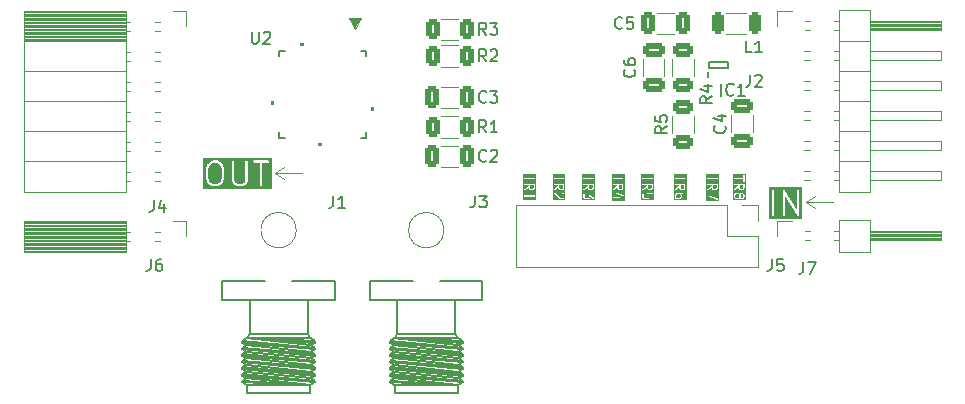
<source format=gbr>
%TF.GenerationSoftware,KiCad,Pcbnew,8.0.6*%
%TF.CreationDate,2024-11-15T11:21:47+07:00*%
%TF.ProjectId,MAX14866_PMOD,4d415831-3438-4363-965f-504d4f442e6b,rev?*%
%TF.SameCoordinates,Original*%
%TF.FileFunction,Legend,Top*%
%TF.FilePolarity,Positive*%
%FSLAX46Y46*%
G04 Gerber Fmt 4.6, Leading zero omitted, Abs format (unit mm)*
G04 Created by KiCad (PCBNEW 8.0.6) date 2024-11-15 11:21:47*
%MOMM*%
%LPD*%
G01*
G04 APERTURE LIST*
G04 Aperture macros list*
%AMRoundRect*
0 Rectangle with rounded corners*
0 $1 Rounding radius*
0 $2 $3 $4 $5 $6 $7 $8 $9 X,Y pos of 4 corners*
0 Add a 4 corners polygon primitive as box body*
4,1,4,$2,$3,$4,$5,$6,$7,$8,$9,$2,$3,0*
0 Add four circle primitives for the rounded corners*
1,1,$1+$1,$2,$3*
1,1,$1+$1,$4,$5*
1,1,$1+$1,$6,$7*
1,1,$1+$1,$8,$9*
0 Add four rect primitives between the rounded corners*
20,1,$1+$1,$2,$3,$4,$5,0*
20,1,$1+$1,$4,$5,$6,$7,0*
20,1,$1+$1,$6,$7,$8,$9,0*
20,1,$1+$1,$8,$9,$2,$3,0*%
G04 Aperture macros list end*
%ADD10C,0.100000*%
%ADD11C,0.200000*%
%ADD12C,0.150000*%
%ADD13C,0.120000*%
%ADD14C,0.152400*%
%ADD15C,0.000000*%
%ADD16C,2.000000*%
%ADD17R,0.700000X2.350000*%
%ADD18R,3.600000X4.875000*%
%ADD19R,3.500000X4.875000*%
%ADD20RoundRect,0.250000X-0.312500X-0.625000X0.312500X-0.625000X0.312500X0.625000X-0.312500X0.625000X0*%
%ADD21R,1.700000X1.700000*%
%ADD22O,1.700000X1.700000*%
%ADD23RoundRect,0.250000X0.625000X-0.312500X0.625000X0.312500X-0.625000X0.312500X-0.625000X-0.312500X0*%
%ADD24R,0.254000X0.812800*%
%ADD25R,0.812800X0.254000*%
%ADD26R,5.588000X5.588000*%
%ADD27RoundRect,0.250000X0.275000X0.700000X-0.275000X0.700000X-0.275000X-0.700000X0.275000X-0.700000X0*%
%ADD28RoundRect,0.250000X0.325000X0.650000X-0.325000X0.650000X-0.325000X-0.650000X0.325000X-0.650000X0*%
%ADD29R,0.300000X0.475000*%
%ADD30RoundRect,0.250000X0.650000X-0.325000X0.650000X0.325000X-0.650000X0.325000X-0.650000X-0.325000X0*%
%ADD31RoundRect,0.250000X-0.325000X-0.650000X0.325000X-0.650000X0.325000X0.650000X-0.325000X0.650000X0*%
G04 APERTURE END LIST*
D10*
X20750000Y21250000D02*
X20250000Y22250000D01*
X21250000Y22250000D01*
X20750000Y21250000D01*
G36*
X20750000Y21250000D02*
G01*
X20250000Y22250000D01*
X21250000Y22250000D01*
X20750000Y21250000D01*
G37*
X58925000Y6650000D02*
X59675000Y7150000D01*
X13975000Y9100000D02*
X14725000Y8600000D01*
X13975000Y9100000D02*
X14725000Y9600000D01*
X16225000Y9100000D02*
X13975000Y9100000D01*
X58925000Y6650000D02*
X59675000Y6150000D01*
X61175000Y6650000D02*
X58925000Y6650000D01*
D11*
G36*
X9200912Y9877739D02*
G01*
X9360328Y9718324D01*
X9445863Y9376187D01*
X9445863Y8734139D01*
X9360328Y8392002D01*
X9200913Y8232586D01*
X9046066Y8155162D01*
X8712328Y8155162D01*
X8557480Y8232586D01*
X8398064Y8392002D01*
X8312530Y8734139D01*
X8312530Y9376186D01*
X8398064Y9718323D01*
X8557479Y9877738D01*
X8712328Y9955162D01*
X9046066Y9955162D01*
X9200912Y9877739D01*
G37*
G36*
X13675688Y7732940D02*
G01*
X7890308Y7732940D01*
X7890308Y9388496D01*
X8112530Y9388496D01*
X8112530Y8721829D01*
X8112865Y8718427D01*
X8112648Y8716968D01*
X8113727Y8709671D01*
X8114451Y8702320D01*
X8115015Y8700957D01*
X8115516Y8697575D01*
X8210754Y8316624D01*
X8217349Y8298163D01*
X8221775Y8292189D01*
X8224621Y8285320D01*
X8237057Y8270167D01*
X8427533Y8079690D01*
X8435199Y8073398D01*
X8436932Y8071400D01*
X8439940Y8069507D01*
X8442686Y8067253D01*
X8445126Y8066243D01*
X8453523Y8060957D01*
X8643999Y7965719D01*
X8662307Y7958713D01*
X8665890Y7958459D01*
X8669211Y7957083D01*
X8688720Y7955162D01*
X9069673Y7955162D01*
X9089182Y7957083D01*
X9092502Y7958459D01*
X9096086Y7958713D01*
X9114394Y7965719D01*
X9304871Y8060957D01*
X9313268Y8066243D01*
X9315707Y8067253D01*
X9318451Y8069506D01*
X9321461Y8071400D01*
X9323193Y8073398D01*
X9330860Y8079690D01*
X9521336Y8270166D01*
X9533772Y8285320D01*
X9536616Y8292188D01*
X9541044Y8298163D01*
X9547639Y8316623D01*
X9642877Y8697575D01*
X9643377Y8700957D01*
X9643942Y8702320D01*
X9644665Y8709671D01*
X9645745Y8716968D01*
X9645527Y8718427D01*
X9645863Y8721829D01*
X9645863Y9388496D01*
X9645527Y9391899D01*
X9645745Y9393357D01*
X9644665Y9400655D01*
X9643942Y9408005D01*
X9643377Y9409369D01*
X9642877Y9412750D01*
X9547639Y9793702D01*
X9541044Y9812162D01*
X9536617Y9818137D01*
X9533772Y9825005D01*
X9521336Y9840158D01*
X9330860Y10030635D01*
X9323193Y10036927D01*
X9321461Y10038924D01*
X9318449Y10040820D01*
X9315706Y10043071D01*
X9313269Y10044081D01*
X9304871Y10049367D01*
X9293281Y10055162D01*
X10303006Y10055162D01*
X10303006Y8436115D01*
X10304927Y8416606D01*
X10306302Y8413286D01*
X10306557Y8409702D01*
X10313563Y8391394D01*
X10408801Y8200917D01*
X10414085Y8192523D01*
X10415096Y8190082D01*
X10417350Y8187336D01*
X10419244Y8184327D01*
X10421240Y8182596D01*
X10427533Y8174929D01*
X10522771Y8079689D01*
X10530439Y8073396D01*
X10532170Y8071400D01*
X10535177Y8069507D01*
X10537924Y8067253D01*
X10540364Y8066243D01*
X10548761Y8060957D01*
X10739237Y7965719D01*
X10757545Y7958713D01*
X10761128Y7958459D01*
X10764449Y7957083D01*
X10783958Y7955162D01*
X11164911Y7955162D01*
X11184420Y7957083D01*
X11187740Y7958459D01*
X11191324Y7958713D01*
X11209632Y7965719D01*
X11400109Y8060957D01*
X11408506Y8066243D01*
X11410945Y8067253D01*
X11413689Y8069506D01*
X11416699Y8071400D01*
X11418431Y8073398D01*
X11426098Y8079690D01*
X11521336Y8174929D01*
X11527628Y8182596D01*
X11529625Y8184327D01*
X11531518Y8187335D01*
X11533773Y8190082D01*
X11534784Y8192524D01*
X11540068Y8200918D01*
X11635306Y8391394D01*
X11642312Y8409702D01*
X11642566Y8413286D01*
X11643942Y8416606D01*
X11645863Y8436115D01*
X11645863Y10055162D01*
X11643942Y10074671D01*
X12114451Y10074671D01*
X12114451Y10035653D01*
X12129383Y9999605D01*
X12156973Y9972015D01*
X12193021Y9957083D01*
X12212530Y9955162D01*
X12683958Y9955162D01*
X12683958Y8055162D01*
X12685879Y8035653D01*
X12700811Y7999605D01*
X12728401Y7972015D01*
X12764449Y7957083D01*
X12803467Y7957083D01*
X12839515Y7972015D01*
X12867105Y7999605D01*
X12882037Y8035653D01*
X12883958Y8055162D01*
X12883958Y9955162D01*
X13355387Y9955162D01*
X13374896Y9957083D01*
X13410944Y9972015D01*
X13438534Y9999605D01*
X13453466Y10035653D01*
X13453466Y10074671D01*
X13438534Y10110719D01*
X13410944Y10138309D01*
X13374896Y10153241D01*
X13355387Y10155162D01*
X12212530Y10155162D01*
X12193021Y10153241D01*
X12156973Y10138309D01*
X12129383Y10110719D01*
X12114451Y10074671D01*
X11643942Y10074671D01*
X11629010Y10110719D01*
X11601420Y10138309D01*
X11565372Y10153241D01*
X11526354Y10153241D01*
X11490306Y10138309D01*
X11462716Y10110719D01*
X11447784Y10074671D01*
X11445863Y10055162D01*
X11445863Y8459723D01*
X11368439Y8304876D01*
X11296151Y8232586D01*
X11141304Y8155162D01*
X10807566Y8155162D01*
X10652717Y8232586D01*
X10580430Y8304874D01*
X10503006Y8459722D01*
X10503006Y10055162D01*
X10501085Y10074671D01*
X10486153Y10110719D01*
X10458563Y10138309D01*
X10422515Y10153241D01*
X10383497Y10153241D01*
X10347449Y10138309D01*
X10319859Y10110719D01*
X10304927Y10074671D01*
X10303006Y10055162D01*
X9293281Y10055162D01*
X9114394Y10144605D01*
X9096086Y10151611D01*
X9092502Y10151866D01*
X9089182Y10153241D01*
X9069673Y10155162D01*
X8688720Y10155162D01*
X8669211Y10153241D01*
X8665890Y10151866D01*
X8662307Y10151611D01*
X8643999Y10144605D01*
X8453523Y10049367D01*
X8445124Y10044081D01*
X8442687Y10043071D01*
X8439944Y10040820D01*
X8436932Y10038924D01*
X8435198Y10036926D01*
X8427534Y10030635D01*
X8237057Y9840159D01*
X8224621Y9825005D01*
X8221775Y9818137D01*
X8217349Y9812162D01*
X8210754Y9793701D01*
X8115516Y9412750D01*
X8115015Y9409369D01*
X8114451Y9408005D01*
X8113727Y9400655D01*
X8112648Y9393357D01*
X8112865Y9391899D01*
X8112530Y9388496D01*
X7890308Y9388496D01*
X7890308Y10377384D01*
X13675688Y10377384D01*
X13675688Y7732940D01*
G37*
D10*
G36*
X48242534Y7293119D02*
G01*
X48269154Y7266498D01*
X48298342Y7208123D01*
X48298342Y7079348D01*
X48269155Y7020974D01*
X48242535Y6994353D01*
X48184159Y6965164D01*
X48017288Y6965164D01*
X47958913Y6994352D01*
X47932292Y7020972D01*
X47903104Y7079349D01*
X47903104Y7208123D01*
X47932293Y7266500D01*
X47958913Y7293120D01*
X48017288Y7322307D01*
X48184158Y7322307D01*
X48242534Y7293119D01*
G37*
G36*
X48603104Y7841252D02*
G01*
X48573916Y7782878D01*
X48547296Y7756257D01*
X48488920Y7727068D01*
X48398241Y7727068D01*
X48339865Y7756257D01*
X48313244Y7782877D01*
X48284057Y7841252D01*
X48284057Y8084211D01*
X48603104Y8084211D01*
X48603104Y7841252D01*
G37*
G36*
X48791993Y6776275D02*
G01*
X47714215Y6776275D01*
X47714215Y7219926D01*
X47803104Y7219926D01*
X47803104Y7067545D01*
X47803592Y7065089D01*
X47803230Y7064000D01*
X47805346Y7056273D01*
X47806910Y7048411D01*
X47807721Y7047600D01*
X47808383Y7045184D01*
X47846479Y6968993D01*
X47851392Y6962662D01*
X47855845Y6955999D01*
X47893939Y6917904D01*
X47900605Y6913450D01*
X47906934Y6908538D01*
X47983124Y6870443D01*
X47985539Y6869782D01*
X47986351Y6868970D01*
X47994212Y6867407D01*
X48001940Y6865290D01*
X48003028Y6865653D01*
X48005485Y6865164D01*
X48195961Y6865164D01*
X48198417Y6865653D01*
X48199505Y6865290D01*
X48207229Y6867406D01*
X48215095Y6868970D01*
X48215906Y6869782D01*
X48218321Y6870443D01*
X48294513Y6908538D01*
X48300844Y6913452D01*
X48307507Y6917904D01*
X48345602Y6955998D01*
X48350061Y6962673D01*
X48354968Y6968994D01*
X48393064Y7045185D01*
X48393725Y7047601D01*
X48394536Y7048411D01*
X48396099Y7056272D01*
X48398216Y7064001D01*
X48397853Y7065089D01*
X48398342Y7067545D01*
X48398342Y7219926D01*
X48397853Y7222383D01*
X48398216Y7223471D01*
X48396099Y7231199D01*
X48394536Y7239060D01*
X48393724Y7239872D01*
X48393063Y7242287D01*
X48360047Y7308318D01*
X48442097Y7287805D01*
X48545059Y7219166D01*
X48573917Y7190307D01*
X48603104Y7131933D01*
X48603104Y6991354D01*
X48606910Y6972220D01*
X48633970Y6945160D01*
X48672238Y6945160D01*
X48699298Y6972220D01*
X48703104Y6991354D01*
X48703104Y7143735D01*
X48702615Y7146192D01*
X48702978Y7147279D01*
X48700861Y7155009D01*
X48699298Y7162869D01*
X48698487Y7163680D01*
X48697826Y7166095D01*
X48659730Y7242286D01*
X48654823Y7248608D01*
X48650364Y7255282D01*
X48612269Y7293376D01*
X48608155Y7296125D01*
X48604649Y7299624D01*
X48490363Y7375814D01*
X48482473Y7379072D01*
X48474755Y7382718D01*
X48322374Y7420814D01*
X48316256Y7421112D01*
X48310247Y7422307D01*
X48005485Y7422307D01*
X48003027Y7421819D01*
X48001939Y7422181D01*
X47994209Y7420065D01*
X47986351Y7418501D01*
X47985539Y7417690D01*
X47983123Y7417028D01*
X47906934Y7378932D01*
X47900605Y7374021D01*
X47893939Y7369566D01*
X47855845Y7331471D01*
X47851392Y7324809D01*
X47846479Y7318477D01*
X47808383Y7242287D01*
X47807721Y7239872D01*
X47806910Y7239060D01*
X47805346Y7231199D01*
X47803230Y7223471D01*
X47803592Y7222383D01*
X47803104Y7219926D01*
X47714215Y7219926D01*
X47714215Y7666253D01*
X47804288Y7666253D01*
X47826233Y7634902D01*
X47863919Y7628252D01*
X47881777Y7636106D01*
X48184057Y7847702D01*
X48184057Y7829449D01*
X48184545Y7826993D01*
X48184183Y7825904D01*
X48186299Y7818177D01*
X48187863Y7810315D01*
X48188674Y7809504D01*
X48189336Y7807088D01*
X48227431Y7730898D01*
X48232346Y7724564D01*
X48236797Y7717904D01*
X48274891Y7679809D01*
X48281557Y7675355D01*
X48287886Y7670443D01*
X48364077Y7632347D01*
X48366492Y7631686D01*
X48367304Y7630874D01*
X48375165Y7629311D01*
X48382893Y7627194D01*
X48383981Y7627557D01*
X48386438Y7627068D01*
X48500723Y7627068D01*
X48503179Y7627557D01*
X48504268Y7627194D01*
X48511995Y7629311D01*
X48519857Y7630874D01*
X48520668Y7631686D01*
X48523084Y7632347D01*
X48599275Y7670443D01*
X48605606Y7675357D01*
X48612269Y7679809D01*
X48650364Y7717903D01*
X48654818Y7724570D01*
X48659730Y7730898D01*
X48697825Y7807088D01*
X48698486Y7809504D01*
X48699298Y7810315D01*
X48700861Y7818177D01*
X48702978Y7825904D01*
X48702615Y7826993D01*
X48703104Y7829449D01*
X48703104Y8134211D01*
X48699298Y8153345D01*
X48672238Y8180405D01*
X48653104Y8184211D01*
X47853104Y8184211D01*
X47833970Y8180405D01*
X47806910Y8153345D01*
X47806910Y8115077D01*
X47833970Y8088017D01*
X47853104Y8084211D01*
X48184057Y8084211D01*
X48184057Y7969768D01*
X47824431Y7718030D01*
X47810938Y7703939D01*
X47804288Y7666253D01*
X47714215Y7666253D01*
X47714215Y8648584D01*
X47806910Y8648584D01*
X47806910Y8610316D01*
X47833970Y8583256D01*
X47853104Y8579450D01*
X48603104Y8579450D01*
X48603104Y8400878D01*
X48606910Y8381744D01*
X48633970Y8354684D01*
X48672238Y8354684D01*
X48699298Y8381744D01*
X48703104Y8400878D01*
X48703104Y8858021D01*
X48699298Y8877155D01*
X48672238Y8904215D01*
X48633970Y8904215D01*
X48606910Y8877155D01*
X48603104Y8858021D01*
X48603104Y8679450D01*
X47853104Y8679450D01*
X47833970Y8675644D01*
X47806910Y8648584D01*
X47714215Y8648584D01*
X47714215Y8993104D01*
X48791993Y8993104D01*
X48791993Y6776275D01*
G37*
G36*
X43353104Y7841252D02*
G01*
X43323916Y7782878D01*
X43297296Y7756257D01*
X43238920Y7727068D01*
X43148241Y7727068D01*
X43089865Y7756257D01*
X43063244Y7782877D01*
X43034057Y7841252D01*
X43034057Y8084211D01*
X43353104Y8084211D01*
X43353104Y7841252D01*
G37*
G36*
X43579963Y6741985D02*
G01*
X42465399Y6741985D01*
X42465399Y7010488D01*
X42556910Y7010488D01*
X42556910Y6972220D01*
X42583970Y6945160D01*
X42603104Y6941354D01*
X42819771Y6941354D01*
X42819771Y6877068D01*
X42823577Y6857934D01*
X42850637Y6830874D01*
X42888905Y6830874D01*
X42915965Y6857934D01*
X42919771Y6877068D01*
X42919771Y6941354D01*
X43136438Y6941354D01*
X43155572Y6945160D01*
X43182632Y6972220D01*
X43182632Y7010488D01*
X43155572Y7037548D01*
X43136438Y7041354D01*
X42919771Y7041354D01*
X42919771Y7302936D01*
X43425388Y7134396D01*
X43444744Y7131956D01*
X43478972Y7149070D01*
X43491074Y7185374D01*
X43473960Y7219603D01*
X43457011Y7229264D01*
X42885582Y7419741D01*
X42866227Y7422181D01*
X42858867Y7418501D01*
X42850637Y7418501D01*
X42842407Y7410272D01*
X42831998Y7405067D01*
X42829395Y7397260D01*
X42823577Y7391441D01*
X42819771Y7372307D01*
X42819771Y7041354D01*
X42603104Y7041354D01*
X42583970Y7037548D01*
X42556910Y7010488D01*
X42465399Y7010488D01*
X42465399Y7666253D01*
X42554288Y7666253D01*
X42576233Y7634902D01*
X42613919Y7628252D01*
X42631777Y7636106D01*
X42934057Y7847702D01*
X42934057Y7829449D01*
X42934545Y7826993D01*
X42934183Y7825904D01*
X42936299Y7818177D01*
X42937863Y7810315D01*
X42938674Y7809504D01*
X42939336Y7807088D01*
X42977431Y7730898D01*
X42982346Y7724564D01*
X42986797Y7717904D01*
X43024891Y7679809D01*
X43031557Y7675355D01*
X43037886Y7670443D01*
X43114077Y7632347D01*
X43116492Y7631686D01*
X43117304Y7630874D01*
X43125165Y7629311D01*
X43132893Y7627194D01*
X43133981Y7627557D01*
X43136438Y7627068D01*
X43250723Y7627068D01*
X43253179Y7627557D01*
X43254268Y7627194D01*
X43261995Y7629311D01*
X43269857Y7630874D01*
X43270668Y7631686D01*
X43273084Y7632347D01*
X43349275Y7670443D01*
X43355606Y7675357D01*
X43362269Y7679809D01*
X43400364Y7717903D01*
X43404818Y7724570D01*
X43409730Y7730898D01*
X43447825Y7807088D01*
X43448486Y7809504D01*
X43449298Y7810315D01*
X43450861Y7818177D01*
X43452978Y7825904D01*
X43452615Y7826993D01*
X43453104Y7829449D01*
X43453104Y8134211D01*
X43449298Y8153345D01*
X43422238Y8180405D01*
X43403104Y8184211D01*
X42603104Y8184211D01*
X42583970Y8180405D01*
X42556910Y8153345D01*
X42556910Y8115077D01*
X42583970Y8088017D01*
X42603104Y8084211D01*
X42934057Y8084211D01*
X42934057Y7969768D01*
X42574431Y7718030D01*
X42560938Y7703939D01*
X42554288Y7666253D01*
X42465399Y7666253D01*
X42465399Y8648584D01*
X42556910Y8648584D01*
X42556910Y8610316D01*
X42583970Y8583256D01*
X42603104Y8579450D01*
X43353104Y8579450D01*
X43353104Y8400878D01*
X43356910Y8381744D01*
X43383970Y8354684D01*
X43422238Y8354684D01*
X43449298Y8381744D01*
X43453104Y8400878D01*
X43453104Y8858021D01*
X43449298Y8877155D01*
X43422238Y8904215D01*
X43383970Y8904215D01*
X43356910Y8877155D01*
X43353104Y8858021D01*
X43353104Y8679450D01*
X42603104Y8679450D01*
X42583970Y8675644D01*
X42556910Y8648584D01*
X42465399Y8648584D01*
X42465399Y8993104D01*
X43579963Y8993104D01*
X43579963Y6741985D01*
G37*
G36*
X51353104Y7841252D02*
G01*
X51323916Y7782878D01*
X51297296Y7756257D01*
X51238920Y7727068D01*
X51148241Y7727068D01*
X51089865Y7756257D01*
X51063244Y7782877D01*
X51034057Y7841252D01*
X51034057Y8084211D01*
X51353104Y8084211D01*
X51353104Y7841252D01*
G37*
G36*
X51541993Y6738183D02*
G01*
X50464219Y6738183D01*
X50464219Y7220536D01*
X50553108Y7220536D01*
X50567320Y7185004D01*
X50583408Y7173969D01*
X51383408Y6831111D01*
X51383820Y6831024D01*
X51383970Y6830874D01*
X51384528Y6830874D01*
X51402494Y6827072D01*
X51411999Y6830874D01*
X51422238Y6830874D01*
X51429063Y6837700D01*
X51438025Y6841284D01*
X51442057Y6850694D01*
X51449298Y6857934D01*
X51452881Y6875948D01*
X51453100Y6876458D01*
X51453021Y6876654D01*
X51453104Y6877068D01*
X51453104Y7410402D01*
X51449298Y7429536D01*
X51422238Y7456596D01*
X51383970Y7456596D01*
X51356910Y7429536D01*
X51353104Y7410402D01*
X51353104Y6952895D01*
X50622800Y7265883D01*
X50603714Y7269922D01*
X50568182Y7255710D01*
X50553108Y7220536D01*
X50464219Y7220536D01*
X50464219Y7666253D01*
X50554288Y7666253D01*
X50576233Y7634902D01*
X50613919Y7628252D01*
X50631777Y7636106D01*
X50934057Y7847702D01*
X50934057Y7829449D01*
X50934545Y7826993D01*
X50934183Y7825904D01*
X50936299Y7818177D01*
X50937863Y7810315D01*
X50938674Y7809504D01*
X50939336Y7807088D01*
X50977431Y7730898D01*
X50982346Y7724564D01*
X50986797Y7717904D01*
X51024891Y7679809D01*
X51031557Y7675355D01*
X51037886Y7670443D01*
X51114077Y7632347D01*
X51116492Y7631686D01*
X51117304Y7630874D01*
X51125165Y7629311D01*
X51132893Y7627194D01*
X51133981Y7627557D01*
X51136438Y7627068D01*
X51250723Y7627068D01*
X51253179Y7627557D01*
X51254268Y7627194D01*
X51261995Y7629311D01*
X51269857Y7630874D01*
X51270668Y7631686D01*
X51273084Y7632347D01*
X51349275Y7670443D01*
X51355606Y7675357D01*
X51362269Y7679809D01*
X51400364Y7717903D01*
X51404818Y7724570D01*
X51409730Y7730898D01*
X51447825Y7807088D01*
X51448486Y7809504D01*
X51449298Y7810315D01*
X51450861Y7818177D01*
X51452978Y7825904D01*
X51452615Y7826993D01*
X51453104Y7829449D01*
X51453104Y8134211D01*
X51449298Y8153345D01*
X51422238Y8180405D01*
X51403104Y8184211D01*
X50603104Y8184211D01*
X50583970Y8180405D01*
X50556910Y8153345D01*
X50556910Y8115077D01*
X50583970Y8088017D01*
X50603104Y8084211D01*
X50934057Y8084211D01*
X50934057Y7969768D01*
X50574431Y7718030D01*
X50560938Y7703939D01*
X50554288Y7666253D01*
X50464219Y7666253D01*
X50464219Y8648584D01*
X50556910Y8648584D01*
X50556910Y8610316D01*
X50583970Y8583256D01*
X50603104Y8579450D01*
X51353104Y8579450D01*
X51353104Y8400878D01*
X51356910Y8381744D01*
X51383970Y8354684D01*
X51422238Y8354684D01*
X51449298Y8381744D01*
X51453104Y8400878D01*
X51453104Y8858021D01*
X51449298Y8877155D01*
X51422238Y8904215D01*
X51383970Y8904215D01*
X51356910Y8877155D01*
X51353104Y8858021D01*
X51353104Y8679450D01*
X50603104Y8679450D01*
X50583970Y8675644D01*
X50556910Y8648584D01*
X50464219Y8648584D01*
X50464219Y8993104D01*
X51541993Y8993104D01*
X51541993Y6738183D01*
G37*
G36*
X35853104Y7841252D02*
G01*
X35823916Y7782878D01*
X35797296Y7756257D01*
X35738920Y7727068D01*
X35648241Y7727068D01*
X35589865Y7756257D01*
X35563244Y7782877D01*
X35534057Y7841252D01*
X35534057Y8084211D01*
X35853104Y8084211D01*
X35853104Y7841252D01*
G37*
G36*
X36041993Y6780081D02*
G01*
X34964215Y6780081D01*
X34964215Y7372307D01*
X35053104Y7372307D01*
X35053104Y6915164D01*
X35056910Y6896030D01*
X35083970Y6868970D01*
X35122238Y6868970D01*
X35149298Y6896030D01*
X35153104Y6915164D01*
X35153104Y7093735D01*
X35903104Y7093735D01*
X35922238Y7097541D01*
X35925878Y7101182D01*
X35930926Y7102191D01*
X35939002Y7114306D01*
X35949298Y7124601D01*
X35949298Y7129749D01*
X35952153Y7134031D01*
X35949298Y7148307D01*
X35949298Y7162869D01*
X35945657Y7166510D01*
X35944648Y7171557D01*
X35930839Y7185337D01*
X35820673Y7258782D01*
X35753720Y7325735D01*
X35719254Y7394667D01*
X35707293Y7410079D01*
X35670989Y7422181D01*
X35636761Y7405067D01*
X35624659Y7368763D01*
X35629812Y7349947D01*
X35667907Y7273755D01*
X35672816Y7267430D01*
X35677273Y7260760D01*
X35744299Y7193735D01*
X35153104Y7193735D01*
X35153104Y7372307D01*
X35149298Y7391441D01*
X35122238Y7418501D01*
X35083970Y7418501D01*
X35056910Y7391441D01*
X35053104Y7372307D01*
X34964215Y7372307D01*
X34964215Y7666253D01*
X35054288Y7666253D01*
X35076233Y7634902D01*
X35113919Y7628252D01*
X35131777Y7636106D01*
X35434057Y7847702D01*
X35434057Y7829449D01*
X35434545Y7826993D01*
X35434183Y7825904D01*
X35436299Y7818177D01*
X35437863Y7810315D01*
X35438674Y7809504D01*
X35439336Y7807088D01*
X35477431Y7730898D01*
X35482346Y7724564D01*
X35486797Y7717904D01*
X35524891Y7679809D01*
X35531557Y7675355D01*
X35537886Y7670443D01*
X35614077Y7632347D01*
X35616492Y7631686D01*
X35617304Y7630874D01*
X35625165Y7629311D01*
X35632893Y7627194D01*
X35633981Y7627557D01*
X35636438Y7627068D01*
X35750723Y7627068D01*
X35753179Y7627557D01*
X35754268Y7627194D01*
X35761995Y7629311D01*
X35769857Y7630874D01*
X35770668Y7631686D01*
X35773084Y7632347D01*
X35849275Y7670443D01*
X35855606Y7675357D01*
X35862269Y7679809D01*
X35900364Y7717903D01*
X35904818Y7724570D01*
X35909730Y7730898D01*
X35947825Y7807088D01*
X35948486Y7809504D01*
X35949298Y7810315D01*
X35950861Y7818177D01*
X35952978Y7825904D01*
X35952615Y7826993D01*
X35953104Y7829449D01*
X35953104Y8134211D01*
X35949298Y8153345D01*
X35922238Y8180405D01*
X35903104Y8184211D01*
X35103104Y8184211D01*
X35083970Y8180405D01*
X35056910Y8153345D01*
X35056910Y8115077D01*
X35083970Y8088017D01*
X35103104Y8084211D01*
X35434057Y8084211D01*
X35434057Y7969768D01*
X35074431Y7718030D01*
X35060938Y7703939D01*
X35054288Y7666253D01*
X34964215Y7666253D01*
X34964215Y8648584D01*
X35056910Y8648584D01*
X35056910Y8610316D01*
X35083970Y8583256D01*
X35103104Y8579450D01*
X35853104Y8579450D01*
X35853104Y8400878D01*
X35856910Y8381744D01*
X35883970Y8354684D01*
X35922238Y8354684D01*
X35949298Y8381744D01*
X35953104Y8400878D01*
X35953104Y8858021D01*
X35949298Y8877155D01*
X35922238Y8904215D01*
X35883970Y8904215D01*
X35856910Y8877155D01*
X35853104Y8858021D01*
X35853104Y8679450D01*
X35103104Y8679450D01*
X35083970Y8675644D01*
X35056910Y8648584D01*
X34964215Y8648584D01*
X34964215Y8993104D01*
X36041993Y8993104D01*
X36041993Y6780081D01*
G37*
G36*
X40853104Y7841252D02*
G01*
X40823916Y7782878D01*
X40797296Y7756257D01*
X40738920Y7727068D01*
X40648241Y7727068D01*
X40589865Y7756257D01*
X40563244Y7782877D01*
X40534057Y7841252D01*
X40534057Y8084211D01*
X40853104Y8084211D01*
X40853104Y7841252D01*
G37*
G36*
X41041993Y6776275D02*
G01*
X39964215Y6776275D01*
X39964215Y7296116D01*
X40053104Y7296116D01*
X40053104Y7067545D01*
X40053592Y7065089D01*
X40053230Y7064000D01*
X40055346Y7056273D01*
X40056910Y7048411D01*
X40057721Y7047600D01*
X40058383Y7045184D01*
X40096479Y6968993D01*
X40101392Y6962662D01*
X40105845Y6955999D01*
X40143939Y6917904D01*
X40150605Y6913450D01*
X40156934Y6908538D01*
X40233124Y6870443D01*
X40235539Y6869782D01*
X40236351Y6868970D01*
X40244212Y6867407D01*
X40251940Y6865290D01*
X40253028Y6865653D01*
X40255485Y6865164D01*
X40445961Y6865164D01*
X40448417Y6865653D01*
X40449505Y6865290D01*
X40457229Y6867406D01*
X40465095Y6868970D01*
X40465906Y6869782D01*
X40468321Y6870443D01*
X40544513Y6908538D01*
X40550844Y6913452D01*
X40557507Y6917904D01*
X40595602Y6955998D01*
X40600061Y6962673D01*
X40604968Y6968994D01*
X40643064Y7045185D01*
X40643725Y7047601D01*
X40644536Y7048411D01*
X40646099Y7056272D01*
X40648216Y7064001D01*
X40647853Y7065089D01*
X40648342Y7067545D01*
X40648342Y7071642D01*
X40870179Y6877535D01*
X40882501Y6870439D01*
X40883970Y6868970D01*
X40885052Y6868970D01*
X40887085Y6867799D01*
X40904647Y6868970D01*
X40922238Y6868970D01*
X40923494Y6870227D01*
X40925269Y6870345D01*
X40936861Y6883593D01*
X40949298Y6896030D01*
X40949755Y6898330D01*
X40950469Y6899145D01*
X40950330Y6901222D01*
X40953104Y6915164D01*
X40953104Y7410402D01*
X40949298Y7429536D01*
X40922238Y7456596D01*
X40883970Y7456596D01*
X40856910Y7429536D01*
X40853104Y7410402D01*
X40853104Y7025353D01*
X40631267Y7219459D01*
X40618946Y7226554D01*
X40617476Y7228024D01*
X40616393Y7228024D01*
X40614361Y7229194D01*
X40596807Y7228024D01*
X40579208Y7228024D01*
X40577951Y7226768D01*
X40576177Y7226649D01*
X40564588Y7213405D01*
X40552148Y7200964D01*
X40551690Y7198664D01*
X40550978Y7197849D01*
X40551116Y7195777D01*
X40548342Y7181830D01*
X40548342Y7079348D01*
X40519155Y7020974D01*
X40492535Y6994353D01*
X40434159Y6965164D01*
X40267288Y6965164D01*
X40208913Y6994352D01*
X40182292Y7020972D01*
X40153104Y7079349D01*
X40153104Y7284313D01*
X40182292Y7342690D01*
X40214650Y7375046D01*
X40225489Y7391267D01*
X40225489Y7429536D01*
X40198429Y7456596D01*
X40160160Y7456596D01*
X40143939Y7445757D01*
X40105845Y7407662D01*
X40101392Y7401000D01*
X40096479Y7394668D01*
X40058383Y7318477D01*
X40057721Y7316062D01*
X40056910Y7315250D01*
X40055346Y7307389D01*
X40053230Y7299661D01*
X40053592Y7298573D01*
X40053104Y7296116D01*
X39964215Y7296116D01*
X39964215Y7666253D01*
X40054288Y7666253D01*
X40076233Y7634902D01*
X40113919Y7628252D01*
X40131777Y7636106D01*
X40434057Y7847702D01*
X40434057Y7829449D01*
X40434545Y7826993D01*
X40434183Y7825904D01*
X40436299Y7818177D01*
X40437863Y7810315D01*
X40438674Y7809504D01*
X40439336Y7807088D01*
X40477431Y7730898D01*
X40482346Y7724564D01*
X40486797Y7717904D01*
X40524891Y7679809D01*
X40531557Y7675355D01*
X40537886Y7670443D01*
X40614077Y7632347D01*
X40616492Y7631686D01*
X40617304Y7630874D01*
X40625165Y7629311D01*
X40632893Y7627194D01*
X40633981Y7627557D01*
X40636438Y7627068D01*
X40750723Y7627068D01*
X40753179Y7627557D01*
X40754268Y7627194D01*
X40761995Y7629311D01*
X40769857Y7630874D01*
X40770668Y7631686D01*
X40773084Y7632347D01*
X40849275Y7670443D01*
X40855606Y7675357D01*
X40862269Y7679809D01*
X40900364Y7717903D01*
X40904818Y7724570D01*
X40909730Y7730898D01*
X40947825Y7807088D01*
X40948486Y7809504D01*
X40949298Y7810315D01*
X40950861Y7818177D01*
X40952978Y7825904D01*
X40952615Y7826993D01*
X40953104Y7829449D01*
X40953104Y8134211D01*
X40949298Y8153345D01*
X40922238Y8180405D01*
X40903104Y8184211D01*
X40103104Y8184211D01*
X40083970Y8180405D01*
X40056910Y8153345D01*
X40056910Y8115077D01*
X40083970Y8088017D01*
X40103104Y8084211D01*
X40434057Y8084211D01*
X40434057Y7969768D01*
X40074431Y7718030D01*
X40060938Y7703939D01*
X40054288Y7666253D01*
X39964215Y7666253D01*
X39964215Y8648584D01*
X40056910Y8648584D01*
X40056910Y8610316D01*
X40083970Y8583256D01*
X40103104Y8579450D01*
X40853104Y8579450D01*
X40853104Y8400878D01*
X40856910Y8381744D01*
X40883970Y8354684D01*
X40922238Y8354684D01*
X40949298Y8381744D01*
X40953104Y8400878D01*
X40953104Y8858021D01*
X40949298Y8877155D01*
X40922238Y8904215D01*
X40883970Y8904215D01*
X40856910Y8877155D01*
X40853104Y8858021D01*
X40853104Y8679450D01*
X40103104Y8679450D01*
X40083970Y8675644D01*
X40056910Y8648584D01*
X39964215Y8648584D01*
X39964215Y8993104D01*
X41041993Y8993104D01*
X41041993Y6776275D01*
G37*
G36*
X53204439Y7293119D02*
G01*
X53231059Y7266498D01*
X53260247Y7208123D01*
X53260247Y7079348D01*
X53231060Y7020974D01*
X53204440Y6994353D01*
X53146064Y6965164D01*
X53017288Y6965164D01*
X52958913Y6994352D01*
X52932292Y7020972D01*
X52903104Y7079349D01*
X52903104Y7208123D01*
X52932293Y7266500D01*
X52958913Y7293120D01*
X53017288Y7322307D01*
X53146063Y7322307D01*
X53204439Y7293119D01*
G37*
G36*
X53547296Y7293119D02*
G01*
X53573916Y7266498D01*
X53603104Y7208123D01*
X53603104Y7079348D01*
X53573917Y7020974D01*
X53547297Y6994353D01*
X53488921Y6965164D01*
X53474431Y6965164D01*
X53416056Y6994352D01*
X53389434Y7020973D01*
X53360247Y7079348D01*
X53360247Y7208123D01*
X53389433Y7266497D01*
X53416056Y7293120D01*
X53474431Y7322307D01*
X53488920Y7322307D01*
X53547296Y7293119D01*
G37*
G36*
X53603104Y7841252D02*
G01*
X53573916Y7782878D01*
X53547296Y7756257D01*
X53488920Y7727068D01*
X53398241Y7727068D01*
X53339865Y7756257D01*
X53313244Y7782877D01*
X53284057Y7841252D01*
X53284057Y8084211D01*
X53603104Y8084211D01*
X53603104Y7841252D01*
G37*
G36*
X53791993Y6776275D02*
G01*
X52714215Y6776275D01*
X52714215Y7219926D01*
X52803104Y7219926D01*
X52803104Y7067545D01*
X52803592Y7065089D01*
X52803230Y7064000D01*
X52805346Y7056273D01*
X52806910Y7048411D01*
X52807721Y7047600D01*
X52808383Y7045184D01*
X52846479Y6968993D01*
X52851392Y6962662D01*
X52855845Y6955999D01*
X52893939Y6917904D01*
X52900605Y6913450D01*
X52906934Y6908538D01*
X52983124Y6870443D01*
X52985539Y6869782D01*
X52986351Y6868970D01*
X52994212Y6867407D01*
X53001940Y6865290D01*
X53003028Y6865653D01*
X53005485Y6865164D01*
X53157866Y6865164D01*
X53160322Y6865653D01*
X53161410Y6865290D01*
X53169134Y6867406D01*
X53177000Y6868970D01*
X53177811Y6869782D01*
X53180226Y6870443D01*
X53256418Y6908538D01*
X53262749Y6913452D01*
X53269412Y6917904D01*
X53307507Y6955998D01*
X53310247Y6960099D01*
X53312987Y6955998D01*
X53351083Y6917903D01*
X53357748Y6913450D01*
X53364077Y6908538D01*
X53440267Y6870443D01*
X53442682Y6869782D01*
X53443494Y6868970D01*
X53451355Y6867407D01*
X53459083Y6865290D01*
X53460171Y6865653D01*
X53462628Y6865164D01*
X53500723Y6865164D01*
X53503179Y6865653D01*
X53504267Y6865290D01*
X53511991Y6867406D01*
X53519857Y6868970D01*
X53520668Y6869782D01*
X53523083Y6870443D01*
X53599275Y6908538D01*
X53605606Y6913452D01*
X53612269Y6917904D01*
X53650364Y6955998D01*
X53654823Y6962673D01*
X53659730Y6968994D01*
X53697826Y7045185D01*
X53698487Y7047601D01*
X53699298Y7048411D01*
X53700861Y7056272D01*
X53702978Y7064001D01*
X53702615Y7065089D01*
X53703104Y7067545D01*
X53703104Y7219926D01*
X53702615Y7222383D01*
X53702978Y7223471D01*
X53700861Y7231199D01*
X53699298Y7239060D01*
X53698486Y7239872D01*
X53697825Y7242287D01*
X53659730Y7318477D01*
X53654818Y7324806D01*
X53650364Y7331472D01*
X53612269Y7369566D01*
X53605606Y7374019D01*
X53599275Y7378932D01*
X53523084Y7417028D01*
X53520668Y7417690D01*
X53519857Y7418501D01*
X53511995Y7420065D01*
X53504268Y7422181D01*
X53503179Y7421819D01*
X53500723Y7422307D01*
X53462628Y7422307D01*
X53460170Y7421819D01*
X53459082Y7422181D01*
X53451352Y7420065D01*
X53443494Y7418501D01*
X53442682Y7417690D01*
X53440266Y7417028D01*
X53364077Y7378932D01*
X53357748Y7374021D01*
X53351083Y7369567D01*
X53312987Y7331472D01*
X53310247Y7327372D01*
X53307507Y7331472D01*
X53269412Y7369566D01*
X53262749Y7374019D01*
X53256418Y7378932D01*
X53180227Y7417028D01*
X53177811Y7417690D01*
X53177000Y7418501D01*
X53169138Y7420065D01*
X53161411Y7422181D01*
X53160322Y7421819D01*
X53157866Y7422307D01*
X53005485Y7422307D01*
X53003027Y7421819D01*
X53001939Y7422181D01*
X52994209Y7420065D01*
X52986351Y7418501D01*
X52985539Y7417690D01*
X52983123Y7417028D01*
X52906934Y7378932D01*
X52900605Y7374021D01*
X52893939Y7369566D01*
X52855845Y7331471D01*
X52851392Y7324809D01*
X52846479Y7318477D01*
X52808383Y7242287D01*
X52807721Y7239872D01*
X52806910Y7239060D01*
X52805346Y7231199D01*
X52803230Y7223471D01*
X52803592Y7222383D01*
X52803104Y7219926D01*
X52714215Y7219926D01*
X52714215Y7666253D01*
X52804288Y7666253D01*
X52826233Y7634902D01*
X52863919Y7628252D01*
X52881777Y7636106D01*
X53184057Y7847702D01*
X53184057Y7829449D01*
X53184545Y7826993D01*
X53184183Y7825904D01*
X53186299Y7818177D01*
X53187863Y7810315D01*
X53188674Y7809504D01*
X53189336Y7807088D01*
X53227431Y7730898D01*
X53232346Y7724564D01*
X53236797Y7717904D01*
X53274891Y7679809D01*
X53281557Y7675355D01*
X53287886Y7670443D01*
X53364077Y7632347D01*
X53366492Y7631686D01*
X53367304Y7630874D01*
X53375165Y7629311D01*
X53382893Y7627194D01*
X53383981Y7627557D01*
X53386438Y7627068D01*
X53500723Y7627068D01*
X53503179Y7627557D01*
X53504268Y7627194D01*
X53511995Y7629311D01*
X53519857Y7630874D01*
X53520668Y7631686D01*
X53523084Y7632347D01*
X53599275Y7670443D01*
X53605606Y7675357D01*
X53612269Y7679809D01*
X53650364Y7717903D01*
X53654818Y7724570D01*
X53659730Y7730898D01*
X53697825Y7807088D01*
X53698486Y7809504D01*
X53699298Y7810315D01*
X53700861Y7818177D01*
X53702978Y7825904D01*
X53702615Y7826993D01*
X53703104Y7829449D01*
X53703104Y8134211D01*
X53699298Y8153345D01*
X53672238Y8180405D01*
X53653104Y8184211D01*
X52853104Y8184211D01*
X52833970Y8180405D01*
X52806910Y8153345D01*
X52806910Y8115077D01*
X52833970Y8088017D01*
X52853104Y8084211D01*
X53184057Y8084211D01*
X53184057Y7969768D01*
X52824431Y7718030D01*
X52810938Y7703939D01*
X52804288Y7666253D01*
X52714215Y7666253D01*
X52714215Y8648584D01*
X52806910Y8648584D01*
X52806910Y8610316D01*
X52833970Y8583256D01*
X52853104Y8579450D01*
X53603104Y8579450D01*
X53603104Y8400878D01*
X53606910Y8381744D01*
X53633970Y8354684D01*
X53672238Y8354684D01*
X53699298Y8381744D01*
X53703104Y8400878D01*
X53703104Y8858021D01*
X53699298Y8877155D01*
X53672238Y8904215D01*
X53633970Y8904215D01*
X53606910Y8877155D01*
X53603104Y8858021D01*
X53603104Y8679450D01*
X52853104Y8679450D01*
X52833970Y8675644D01*
X52806910Y8648584D01*
X52714215Y8648584D01*
X52714215Y8993104D01*
X53791993Y8993104D01*
X53791993Y6776275D01*
G37*
D11*
G36*
X58525228Y5233184D02*
G01*
X55785546Y5233184D01*
X55785546Y7555162D01*
X56007768Y7555162D01*
X56007768Y5555162D01*
X56009689Y5535653D01*
X56024621Y5499605D01*
X56052211Y5472015D01*
X56088259Y5457083D01*
X56127277Y5457083D01*
X56163325Y5472015D01*
X56190915Y5499605D01*
X56205847Y5535653D01*
X56207768Y5555162D01*
X56207768Y7555162D01*
X56960149Y7555162D01*
X56960149Y5555162D01*
X56962070Y5535653D01*
X56977002Y5499605D01*
X57004592Y5472015D01*
X57040640Y5457083D01*
X57079658Y5457083D01*
X57115706Y5472015D01*
X57143296Y5499605D01*
X57158228Y5535653D01*
X57160149Y5555162D01*
X57160149Y7178606D01*
X58116182Y5505548D01*
X58119100Y5501438D01*
X58119859Y5499605D01*
X58121725Y5497739D01*
X58127529Y5489563D01*
X58138043Y5481421D01*
X58147449Y5472015D01*
X58153339Y5469576D01*
X58158378Y5465673D01*
X58171206Y5462175D01*
X58183497Y5457083D01*
X58189872Y5457083D01*
X58196021Y5455406D01*
X58209212Y5457083D01*
X58222515Y5457083D01*
X58228406Y5459524D01*
X58234728Y5460327D01*
X58246273Y5466925D01*
X58258563Y5472015D01*
X58263070Y5476523D01*
X58268605Y5479685D01*
X58276747Y5490200D01*
X58286153Y5499605D01*
X58288592Y5505496D01*
X58292495Y5510534D01*
X58295993Y5523362D01*
X58301085Y5535653D01*
X58302067Y5545633D01*
X58302762Y5548178D01*
X58302511Y5550145D01*
X58303006Y5555162D01*
X58303006Y7555162D01*
X58301085Y7574671D01*
X58286153Y7610719D01*
X58258563Y7638309D01*
X58222515Y7653241D01*
X58183497Y7653241D01*
X58147449Y7638309D01*
X58119859Y7610719D01*
X58104927Y7574671D01*
X58103006Y7555162D01*
X58103006Y5931719D01*
X57146973Y7604776D01*
X57144054Y7608887D01*
X57143296Y7610719D01*
X57141429Y7612586D01*
X57135626Y7620761D01*
X57125111Y7628904D01*
X57115706Y7638309D01*
X57109815Y7640749D01*
X57104777Y7644651D01*
X57091948Y7648150D01*
X57079658Y7653241D01*
X57073283Y7653241D01*
X57067134Y7654918D01*
X57053941Y7653241D01*
X57040640Y7653241D01*
X57034751Y7650802D01*
X57028427Y7649998D01*
X57016877Y7643398D01*
X57004592Y7638309D01*
X57000084Y7633802D01*
X56994550Y7630639D01*
X56986407Y7620125D01*
X56977002Y7610719D01*
X56974562Y7604829D01*
X56970660Y7599790D01*
X56967161Y7586962D01*
X56962070Y7574671D01*
X56961087Y7564694D01*
X56960393Y7562147D01*
X56960643Y7560180D01*
X56960149Y7555162D01*
X56207768Y7555162D01*
X56205847Y7574671D01*
X56190915Y7610719D01*
X56163325Y7638309D01*
X56127277Y7653241D01*
X56088259Y7653241D01*
X56052211Y7638309D01*
X56024621Y7610719D01*
X56009689Y7574671D01*
X56007768Y7555162D01*
X55785546Y7555162D01*
X55785546Y7877140D01*
X58525228Y7877140D01*
X58525228Y5233184D01*
G37*
D10*
G36*
X38353104Y7841252D02*
G01*
X38323916Y7782878D01*
X38297296Y7756257D01*
X38238920Y7727068D01*
X38148241Y7727068D01*
X38089865Y7756257D01*
X38063244Y7782877D01*
X38034057Y7841252D01*
X38034057Y8084211D01*
X38353104Y8084211D01*
X38353104Y7841252D01*
G37*
G36*
X38541993Y6776275D02*
G01*
X37464215Y6776275D01*
X37464215Y7410402D01*
X37553104Y7410402D01*
X37553104Y6915164D01*
X37556910Y6896030D01*
X37583970Y6868970D01*
X37622238Y6868970D01*
X37649298Y6896030D01*
X37653104Y6915164D01*
X37653104Y7289692D01*
X38024892Y6917904D01*
X38026973Y6916514D01*
X38027487Y6915486D01*
X38034452Y6911516D01*
X38041113Y6907065D01*
X38042261Y6907065D01*
X38044436Y6905825D01*
X38158722Y6867730D01*
X38166670Y6866728D01*
X38174533Y6865164D01*
X38250723Y6865164D01*
X38253179Y6865653D01*
X38254267Y6865290D01*
X38261991Y6867406D01*
X38269857Y6868970D01*
X38270668Y6869782D01*
X38273083Y6870443D01*
X38349275Y6908538D01*
X38355606Y6913452D01*
X38362269Y6917904D01*
X38400364Y6955998D01*
X38404823Y6962673D01*
X38409730Y6968994D01*
X38447826Y7045185D01*
X38448487Y7047601D01*
X38449298Y7048411D01*
X38450861Y7056272D01*
X38452978Y7064001D01*
X38452615Y7065089D01*
X38453104Y7067545D01*
X38453104Y7258021D01*
X38452615Y7260478D01*
X38452978Y7261566D01*
X38450861Y7269294D01*
X38449298Y7277155D01*
X38448486Y7277967D01*
X38447825Y7280382D01*
X38409730Y7356572D01*
X38404818Y7362901D01*
X38400365Y7369566D01*
X38362270Y7407662D01*
X38346049Y7418501D01*
X38307780Y7418501D01*
X38280720Y7391442D01*
X38280720Y7353173D01*
X38291558Y7336952D01*
X38323916Y7304593D01*
X38353104Y7246218D01*
X38353104Y7079348D01*
X38323917Y7020974D01*
X38297297Y6994353D01*
X38238921Y6965164D01*
X38182646Y6965164D01*
X38087255Y6996961D01*
X37638459Y7445757D01*
X37622238Y7456596D01*
X37583970Y7456596D01*
X37556910Y7429536D01*
X37553104Y7410402D01*
X37464215Y7410402D01*
X37464215Y7666253D01*
X37554288Y7666253D01*
X37576233Y7634902D01*
X37613919Y7628252D01*
X37631777Y7636106D01*
X37934057Y7847702D01*
X37934057Y7829449D01*
X37934545Y7826993D01*
X37934183Y7825904D01*
X37936299Y7818177D01*
X37937863Y7810315D01*
X37938674Y7809504D01*
X37939336Y7807088D01*
X37977431Y7730898D01*
X37982346Y7724564D01*
X37986797Y7717904D01*
X38024891Y7679809D01*
X38031557Y7675355D01*
X38037886Y7670443D01*
X38114077Y7632347D01*
X38116492Y7631686D01*
X38117304Y7630874D01*
X38125165Y7629311D01*
X38132893Y7627194D01*
X38133981Y7627557D01*
X38136438Y7627068D01*
X38250723Y7627068D01*
X38253179Y7627557D01*
X38254268Y7627194D01*
X38261995Y7629311D01*
X38269857Y7630874D01*
X38270668Y7631686D01*
X38273084Y7632347D01*
X38349275Y7670443D01*
X38355606Y7675357D01*
X38362269Y7679809D01*
X38400364Y7717903D01*
X38404818Y7724570D01*
X38409730Y7730898D01*
X38447825Y7807088D01*
X38448486Y7809504D01*
X38449298Y7810315D01*
X38450861Y7818177D01*
X38452978Y7825904D01*
X38452615Y7826993D01*
X38453104Y7829449D01*
X38453104Y8134211D01*
X38449298Y8153345D01*
X38422238Y8180405D01*
X38403104Y8184211D01*
X37603104Y8184211D01*
X37583970Y8180405D01*
X37556910Y8153345D01*
X37556910Y8115077D01*
X37583970Y8088017D01*
X37603104Y8084211D01*
X37934057Y8084211D01*
X37934057Y7969768D01*
X37574431Y7718030D01*
X37560938Y7703939D01*
X37554288Y7666253D01*
X37464215Y7666253D01*
X37464215Y8648584D01*
X37556910Y8648584D01*
X37556910Y8610316D01*
X37583970Y8583256D01*
X37603104Y8579450D01*
X38353104Y8579450D01*
X38353104Y8400878D01*
X38356910Y8381744D01*
X38383970Y8354684D01*
X38422238Y8354684D01*
X38449298Y8381744D01*
X38453104Y8400878D01*
X38453104Y8858021D01*
X38449298Y8877155D01*
X38422238Y8904215D01*
X38383970Y8904215D01*
X38356910Y8877155D01*
X38353104Y8858021D01*
X38353104Y8679450D01*
X37603104Y8679450D01*
X37583970Y8675644D01*
X37556910Y8648584D01*
X37464215Y8648584D01*
X37464215Y8993104D01*
X38541993Y8993104D01*
X38541993Y6776275D01*
G37*
G36*
X45853104Y7841252D02*
G01*
X45823916Y7782878D01*
X45797296Y7756257D01*
X45738920Y7727068D01*
X45648241Y7727068D01*
X45589865Y7756257D01*
X45563244Y7782877D01*
X45534057Y7841252D01*
X45534057Y8084211D01*
X45853104Y8084211D01*
X45853104Y7841252D01*
G37*
G36*
X46041993Y6776275D02*
G01*
X44964215Y6776275D01*
X44964215Y7258021D01*
X45053104Y7258021D01*
X45053104Y7067545D01*
X45053592Y7065089D01*
X45053230Y7064000D01*
X45055346Y7056273D01*
X45056910Y7048411D01*
X45057721Y7047600D01*
X45058383Y7045184D01*
X45096479Y6968993D01*
X45101392Y6962662D01*
X45105845Y6955999D01*
X45143939Y6917904D01*
X45150605Y6913450D01*
X45156934Y6908538D01*
X45233124Y6870443D01*
X45235539Y6869782D01*
X45236351Y6868970D01*
X45244212Y6867407D01*
X45251940Y6865290D01*
X45253028Y6865653D01*
X45255485Y6865164D01*
X45445961Y6865164D01*
X45448417Y6865653D01*
X45449505Y6865290D01*
X45457229Y6867406D01*
X45465095Y6868970D01*
X45465906Y6869782D01*
X45468321Y6870443D01*
X45544513Y6908538D01*
X45550844Y6913452D01*
X45557507Y6917904D01*
X45595602Y6955998D01*
X45600061Y6962673D01*
X45604968Y6968994D01*
X45643064Y7045185D01*
X45643725Y7047601D01*
X45644536Y7048411D01*
X45646099Y7056272D01*
X45648216Y7064001D01*
X45647853Y7065089D01*
X45648342Y7067545D01*
X45648342Y7258021D01*
X45647853Y7260478D01*
X45648216Y7261566D01*
X45646099Y7269294D01*
X45644536Y7277155D01*
X45643724Y7277967D01*
X45643063Y7280382D01*
X45627492Y7311524D01*
X45853104Y7288962D01*
X45853104Y6953259D01*
X45856910Y6934125D01*
X45883970Y6907065D01*
X45922238Y6907065D01*
X45949298Y6934125D01*
X45953104Y6953259D01*
X45953104Y7334211D01*
X45950724Y7346172D01*
X45950973Y7348653D01*
X45949993Y7349851D01*
X45949298Y7353345D01*
X45937398Y7365245D01*
X45926740Y7378272D01*
X45923331Y7379312D01*
X45922238Y7380405D01*
X45919746Y7380405D01*
X45908079Y7383963D01*
X45527127Y7422059D01*
X45507710Y7420176D01*
X45505663Y7418501D01*
X45503018Y7418501D01*
X45491116Y7406600D01*
X45478091Y7395943D01*
X45477827Y7393312D01*
X45475958Y7391442D01*
X45475958Y7374615D01*
X45474283Y7357865D01*
X45475958Y7355818D01*
X45475958Y7353173D01*
X45486796Y7336952D01*
X45519154Y7304593D01*
X45548342Y7246218D01*
X45548342Y7079348D01*
X45519155Y7020974D01*
X45492535Y6994353D01*
X45434159Y6965164D01*
X45267288Y6965164D01*
X45208913Y6994352D01*
X45182292Y7020972D01*
X45153104Y7079349D01*
X45153104Y7246218D01*
X45182292Y7304594D01*
X45214651Y7336952D01*
X45225489Y7353173D01*
X45225488Y7391442D01*
X45198429Y7418501D01*
X45160160Y7418500D01*
X45143939Y7407662D01*
X45105844Y7369566D01*
X45101388Y7362898D01*
X45096479Y7356572D01*
X45058383Y7280382D01*
X45057721Y7277967D01*
X45056910Y7277155D01*
X45055346Y7269294D01*
X45053230Y7261566D01*
X45053592Y7260478D01*
X45053104Y7258021D01*
X44964215Y7258021D01*
X44964215Y7666253D01*
X45054288Y7666253D01*
X45076233Y7634902D01*
X45113919Y7628252D01*
X45131777Y7636106D01*
X45434057Y7847702D01*
X45434057Y7829449D01*
X45434545Y7826993D01*
X45434183Y7825904D01*
X45436299Y7818177D01*
X45437863Y7810315D01*
X45438674Y7809504D01*
X45439336Y7807088D01*
X45477431Y7730898D01*
X45482346Y7724564D01*
X45486797Y7717904D01*
X45524891Y7679809D01*
X45531557Y7675355D01*
X45537886Y7670443D01*
X45614077Y7632347D01*
X45616492Y7631686D01*
X45617304Y7630874D01*
X45625165Y7629311D01*
X45632893Y7627194D01*
X45633981Y7627557D01*
X45636438Y7627068D01*
X45750723Y7627068D01*
X45753179Y7627557D01*
X45754268Y7627194D01*
X45761995Y7629311D01*
X45769857Y7630874D01*
X45770668Y7631686D01*
X45773084Y7632347D01*
X45849275Y7670443D01*
X45855606Y7675357D01*
X45862269Y7679809D01*
X45900364Y7717903D01*
X45904818Y7724570D01*
X45909730Y7730898D01*
X45947825Y7807088D01*
X45948486Y7809504D01*
X45949298Y7810315D01*
X45950861Y7818177D01*
X45952978Y7825904D01*
X45952615Y7826993D01*
X45953104Y7829449D01*
X45953104Y8134211D01*
X45949298Y8153345D01*
X45922238Y8180405D01*
X45903104Y8184211D01*
X45103104Y8184211D01*
X45083970Y8180405D01*
X45056910Y8153345D01*
X45056910Y8115077D01*
X45083970Y8088017D01*
X45103104Y8084211D01*
X45434057Y8084211D01*
X45434057Y7969768D01*
X45074431Y7718030D01*
X45060938Y7703939D01*
X45054288Y7666253D01*
X44964215Y7666253D01*
X44964215Y8648584D01*
X45056910Y8648584D01*
X45056910Y8610316D01*
X45083970Y8583256D01*
X45103104Y8579450D01*
X45853104Y8579450D01*
X45853104Y8400878D01*
X45856910Y8381744D01*
X45883970Y8354684D01*
X45922238Y8354684D01*
X45949298Y8381744D01*
X45953104Y8400878D01*
X45953104Y8858021D01*
X45949298Y8877155D01*
X45922238Y8904215D01*
X45883970Y8904215D01*
X45856910Y8877155D01*
X45853104Y8858021D01*
X45853104Y8679450D01*
X45103104Y8679450D01*
X45083970Y8675644D01*
X45056910Y8648584D01*
X44964215Y8648584D01*
X44964215Y8993104D01*
X46041993Y8993104D01*
X46041993Y6776275D01*
G37*
D12*
X30872493Y7180181D02*
X30872493Y6465896D01*
X30872493Y6465896D02*
X30824874Y6323039D01*
X30824874Y6323039D02*
X30729636Y6227800D01*
X30729636Y6227800D02*
X30586779Y6180181D01*
X30586779Y6180181D02*
X30491541Y6180181D01*
X31253446Y7180181D02*
X31872493Y7180181D01*
X31872493Y7180181D02*
X31539160Y6799229D01*
X31539160Y6799229D02*
X31682017Y6799229D01*
X31682017Y6799229D02*
X31777255Y6751610D01*
X31777255Y6751610D02*
X31824874Y6703991D01*
X31824874Y6703991D02*
X31872493Y6608753D01*
X31872493Y6608753D02*
X31872493Y6370658D01*
X31872493Y6370658D02*
X31824874Y6275420D01*
X31824874Y6275420D02*
X31777255Y6227800D01*
X31777255Y6227800D02*
X31682017Y6180181D01*
X31682017Y6180181D02*
X31396303Y6180181D01*
X31396303Y6180181D02*
X31301065Y6227800D01*
X31301065Y6227800D02*
X31253446Y6275420D01*
X31833333Y20795181D02*
X31500000Y21271372D01*
X31261905Y20795181D02*
X31261905Y21795181D01*
X31261905Y21795181D02*
X31642857Y21795181D01*
X31642857Y21795181D02*
X31738095Y21747562D01*
X31738095Y21747562D02*
X31785714Y21699943D01*
X31785714Y21699943D02*
X31833333Y21604705D01*
X31833333Y21604705D02*
X31833333Y21461848D01*
X31833333Y21461848D02*
X31785714Y21366610D01*
X31785714Y21366610D02*
X31738095Y21318991D01*
X31738095Y21318991D02*
X31642857Y21271372D01*
X31642857Y21271372D02*
X31261905Y21271372D01*
X32166667Y21795181D02*
X32785714Y21795181D01*
X32785714Y21795181D02*
X32452381Y21414229D01*
X32452381Y21414229D02*
X32595238Y21414229D01*
X32595238Y21414229D02*
X32690476Y21366610D01*
X32690476Y21366610D02*
X32738095Y21318991D01*
X32738095Y21318991D02*
X32785714Y21223753D01*
X32785714Y21223753D02*
X32785714Y20985658D01*
X32785714Y20985658D02*
X32738095Y20890420D01*
X32738095Y20890420D02*
X32690476Y20842800D01*
X32690476Y20842800D02*
X32595238Y20795181D01*
X32595238Y20795181D02*
X32309524Y20795181D01*
X32309524Y20795181D02*
X32214286Y20842800D01*
X32214286Y20842800D02*
X32166667Y20890420D01*
X58666666Y1545181D02*
X58666666Y830896D01*
X58666666Y830896D02*
X58619047Y688039D01*
X58619047Y688039D02*
X58523809Y592800D01*
X58523809Y592800D02*
X58380952Y545181D01*
X58380952Y545181D02*
X58285714Y545181D01*
X59047619Y1545181D02*
X59714285Y1545181D01*
X59714285Y1545181D02*
X59285714Y545181D01*
X54166666Y17395181D02*
X54166666Y16680896D01*
X54166666Y16680896D02*
X54119047Y16538039D01*
X54119047Y16538039D02*
X54023809Y16442800D01*
X54023809Y16442800D02*
X53880952Y16395181D01*
X53880952Y16395181D02*
X53785714Y16395181D01*
X54595238Y17299943D02*
X54642857Y17347562D01*
X54642857Y17347562D02*
X54738095Y17395181D01*
X54738095Y17395181D02*
X54976190Y17395181D01*
X54976190Y17395181D02*
X55071428Y17347562D01*
X55071428Y17347562D02*
X55119047Y17299943D01*
X55119047Y17299943D02*
X55166666Y17204705D01*
X55166666Y17204705D02*
X55166666Y17109467D01*
X55166666Y17109467D02*
X55119047Y16966610D01*
X55119047Y16966610D02*
X54547619Y16395181D01*
X54547619Y16395181D02*
X55166666Y16395181D01*
X50954819Y15583334D02*
X50478628Y15250001D01*
X50954819Y15011906D02*
X49954819Y15011906D01*
X49954819Y15011906D02*
X49954819Y15392858D01*
X49954819Y15392858D02*
X50002438Y15488096D01*
X50002438Y15488096D02*
X50050057Y15535715D01*
X50050057Y15535715D02*
X50145295Y15583334D01*
X50145295Y15583334D02*
X50288152Y15583334D01*
X50288152Y15583334D02*
X50383390Y15535715D01*
X50383390Y15535715D02*
X50431009Y15488096D01*
X50431009Y15488096D02*
X50478628Y15392858D01*
X50478628Y15392858D02*
X50478628Y15011906D01*
X50288152Y16440477D02*
X50954819Y16440477D01*
X49907200Y16202382D02*
X50621485Y15964287D01*
X50621485Y15964287D02*
X50621485Y16583334D01*
X3416666Y1795181D02*
X3416666Y1080896D01*
X3416666Y1080896D02*
X3369047Y938039D01*
X3369047Y938039D02*
X3273809Y842800D01*
X3273809Y842800D02*
X3130952Y795181D01*
X3130952Y795181D02*
X3035714Y795181D01*
X4321428Y1795181D02*
X4130952Y1795181D01*
X4130952Y1795181D02*
X4035714Y1747562D01*
X4035714Y1747562D02*
X3988095Y1699943D01*
X3988095Y1699943D02*
X3892857Y1557086D01*
X3892857Y1557086D02*
X3845238Y1366610D01*
X3845238Y1366610D02*
X3845238Y985658D01*
X3845238Y985658D02*
X3892857Y890420D01*
X3892857Y890420D02*
X3940476Y842800D01*
X3940476Y842800D02*
X4035714Y795181D01*
X4035714Y795181D02*
X4226190Y795181D01*
X4226190Y795181D02*
X4321428Y842800D01*
X4321428Y842800D02*
X4369047Y890420D01*
X4369047Y890420D02*
X4416666Y985658D01*
X4416666Y985658D02*
X4416666Y1223753D01*
X4416666Y1223753D02*
X4369047Y1318991D01*
X4369047Y1318991D02*
X4321428Y1366610D01*
X4321428Y1366610D02*
X4226190Y1414229D01*
X4226190Y1414229D02*
X4035714Y1414229D01*
X4035714Y1414229D02*
X3940476Y1366610D01*
X3940476Y1366610D02*
X3892857Y1318991D01*
X3892857Y1318991D02*
X3845238Y1223753D01*
X47134819Y13045834D02*
X46658628Y12712501D01*
X47134819Y12474406D02*
X46134819Y12474406D01*
X46134819Y12474406D02*
X46134819Y12855358D01*
X46134819Y12855358D02*
X46182438Y12950596D01*
X46182438Y12950596D02*
X46230057Y12998215D01*
X46230057Y12998215D02*
X46325295Y13045834D01*
X46325295Y13045834D02*
X46468152Y13045834D01*
X46468152Y13045834D02*
X46563390Y12998215D01*
X46563390Y12998215D02*
X46611009Y12950596D01*
X46611009Y12950596D02*
X46658628Y12855358D01*
X46658628Y12855358D02*
X46658628Y12474406D01*
X46134819Y13950596D02*
X46134819Y13474406D01*
X46134819Y13474406D02*
X46611009Y13426787D01*
X46611009Y13426787D02*
X46563390Y13474406D01*
X46563390Y13474406D02*
X46515771Y13569644D01*
X46515771Y13569644D02*
X46515771Y13807739D01*
X46515771Y13807739D02*
X46563390Y13902977D01*
X46563390Y13902977D02*
X46611009Y13950596D01*
X46611009Y13950596D02*
X46706247Y13998215D01*
X46706247Y13998215D02*
X46944342Y13998215D01*
X46944342Y13998215D02*
X47039580Y13950596D01*
X47039580Y13950596D02*
X47087200Y13902977D01*
X47087200Y13902977D02*
X47134819Y13807739D01*
X47134819Y13807739D02*
X47134819Y13569644D01*
X47134819Y13569644D02*
X47087200Y13474406D01*
X47087200Y13474406D02*
X47039580Y13426787D01*
X11988095Y21045181D02*
X11988095Y20235658D01*
X11988095Y20235658D02*
X12035714Y20140420D01*
X12035714Y20140420D02*
X12083333Y20092800D01*
X12083333Y20092800D02*
X12178571Y20045181D01*
X12178571Y20045181D02*
X12369047Y20045181D01*
X12369047Y20045181D02*
X12464285Y20092800D01*
X12464285Y20092800D02*
X12511904Y20140420D01*
X12511904Y20140420D02*
X12559523Y20235658D01*
X12559523Y20235658D02*
X12559523Y21045181D01*
X12988095Y20949943D02*
X13035714Y20997562D01*
X13035714Y20997562D02*
X13130952Y21045181D01*
X13130952Y21045181D02*
X13369047Y21045181D01*
X13369047Y21045181D02*
X13464285Y20997562D01*
X13464285Y20997562D02*
X13511904Y20949943D01*
X13511904Y20949943D02*
X13559523Y20854705D01*
X13559523Y20854705D02*
X13559523Y20759467D01*
X13559523Y20759467D02*
X13511904Y20616610D01*
X13511904Y20616610D02*
X12940476Y20045181D01*
X12940476Y20045181D02*
X13559523Y20045181D01*
X54333333Y19295181D02*
X53857143Y19295181D01*
X53857143Y19295181D02*
X53857143Y20295181D01*
X55190476Y19295181D02*
X54619048Y19295181D01*
X54904762Y19295181D02*
X54904762Y20295181D01*
X54904762Y20295181D02*
X54809524Y20152324D01*
X54809524Y20152324D02*
X54714286Y20057086D01*
X54714286Y20057086D02*
X54619048Y20009467D01*
X31833333Y15140420D02*
X31785714Y15092800D01*
X31785714Y15092800D02*
X31642857Y15045181D01*
X31642857Y15045181D02*
X31547619Y15045181D01*
X31547619Y15045181D02*
X31404762Y15092800D01*
X31404762Y15092800D02*
X31309524Y15188039D01*
X31309524Y15188039D02*
X31261905Y15283277D01*
X31261905Y15283277D02*
X31214286Y15473753D01*
X31214286Y15473753D02*
X31214286Y15616610D01*
X31214286Y15616610D02*
X31261905Y15807086D01*
X31261905Y15807086D02*
X31309524Y15902324D01*
X31309524Y15902324D02*
X31404762Y15997562D01*
X31404762Y15997562D02*
X31547619Y16045181D01*
X31547619Y16045181D02*
X31642857Y16045181D01*
X31642857Y16045181D02*
X31785714Y15997562D01*
X31785714Y15997562D02*
X31833333Y15949943D01*
X32166667Y16045181D02*
X32785714Y16045181D01*
X32785714Y16045181D02*
X32452381Y15664229D01*
X32452381Y15664229D02*
X32595238Y15664229D01*
X32595238Y15664229D02*
X32690476Y15616610D01*
X32690476Y15616610D02*
X32738095Y15568991D01*
X32738095Y15568991D02*
X32785714Y15473753D01*
X32785714Y15473753D02*
X32785714Y15235658D01*
X32785714Y15235658D02*
X32738095Y15140420D01*
X32738095Y15140420D02*
X32690476Y15092800D01*
X32690476Y15092800D02*
X32595238Y15045181D01*
X32595238Y15045181D02*
X32309524Y15045181D01*
X32309524Y15045181D02*
X32214286Y15092800D01*
X32214286Y15092800D02*
X32166667Y15140420D01*
X3666666Y6795181D02*
X3666666Y6080896D01*
X3666666Y6080896D02*
X3619047Y5938039D01*
X3619047Y5938039D02*
X3523809Y5842800D01*
X3523809Y5842800D02*
X3380952Y5795181D01*
X3380952Y5795181D02*
X3285714Y5795181D01*
X4571428Y6461848D02*
X4571428Y5795181D01*
X4333333Y6842800D02*
X4095238Y6128515D01*
X4095238Y6128515D02*
X4714285Y6128515D01*
X51723810Y15645181D02*
X51723810Y16645181D01*
X52771428Y15740420D02*
X52723809Y15692800D01*
X52723809Y15692800D02*
X52580952Y15645181D01*
X52580952Y15645181D02*
X52485714Y15645181D01*
X52485714Y15645181D02*
X52342857Y15692800D01*
X52342857Y15692800D02*
X52247619Y15788039D01*
X52247619Y15788039D02*
X52200000Y15883277D01*
X52200000Y15883277D02*
X52152381Y16073753D01*
X52152381Y16073753D02*
X52152381Y16216610D01*
X52152381Y16216610D02*
X52200000Y16407086D01*
X52200000Y16407086D02*
X52247619Y16502324D01*
X52247619Y16502324D02*
X52342857Y16597562D01*
X52342857Y16597562D02*
X52485714Y16645181D01*
X52485714Y16645181D02*
X52580952Y16645181D01*
X52580952Y16645181D02*
X52723809Y16597562D01*
X52723809Y16597562D02*
X52771428Y16549943D01*
X53723809Y15645181D02*
X53152381Y15645181D01*
X53438095Y15645181D02*
X53438095Y16645181D01*
X53438095Y16645181D02*
X53342857Y16502324D01*
X53342857Y16502324D02*
X53247619Y16407086D01*
X53247619Y16407086D02*
X53152381Y16359467D01*
X44359580Y17833334D02*
X44407200Y17785715D01*
X44407200Y17785715D02*
X44454819Y17642858D01*
X44454819Y17642858D02*
X44454819Y17547620D01*
X44454819Y17547620D02*
X44407200Y17404763D01*
X44407200Y17404763D02*
X44311961Y17309525D01*
X44311961Y17309525D02*
X44216723Y17261906D01*
X44216723Y17261906D02*
X44026247Y17214287D01*
X44026247Y17214287D02*
X43883390Y17214287D01*
X43883390Y17214287D02*
X43692914Y17261906D01*
X43692914Y17261906D02*
X43597676Y17309525D01*
X43597676Y17309525D02*
X43502438Y17404763D01*
X43502438Y17404763D02*
X43454819Y17547620D01*
X43454819Y17547620D02*
X43454819Y17642858D01*
X43454819Y17642858D02*
X43502438Y17785715D01*
X43502438Y17785715D02*
X43550057Y17833334D01*
X43454819Y18690477D02*
X43454819Y18500001D01*
X43454819Y18500001D02*
X43502438Y18404763D01*
X43502438Y18404763D02*
X43550057Y18357144D01*
X43550057Y18357144D02*
X43692914Y18261906D01*
X43692914Y18261906D02*
X43883390Y18214287D01*
X43883390Y18214287D02*
X44264342Y18214287D01*
X44264342Y18214287D02*
X44359580Y18261906D01*
X44359580Y18261906D02*
X44407200Y18309525D01*
X44407200Y18309525D02*
X44454819Y18404763D01*
X44454819Y18404763D02*
X44454819Y18595239D01*
X44454819Y18595239D02*
X44407200Y18690477D01*
X44407200Y18690477D02*
X44359580Y18738096D01*
X44359580Y18738096D02*
X44264342Y18785715D01*
X44264342Y18785715D02*
X44026247Y18785715D01*
X44026247Y18785715D02*
X43931009Y18738096D01*
X43931009Y18738096D02*
X43883390Y18690477D01*
X43883390Y18690477D02*
X43835771Y18595239D01*
X43835771Y18595239D02*
X43835771Y18404763D01*
X43835771Y18404763D02*
X43883390Y18309525D01*
X43883390Y18309525D02*
X43931009Y18261906D01*
X43931009Y18261906D02*
X44026247Y18214287D01*
X18872493Y7130181D02*
X18872493Y6415896D01*
X18872493Y6415896D02*
X18824874Y6273039D01*
X18824874Y6273039D02*
X18729636Y6177800D01*
X18729636Y6177800D02*
X18586779Y6130181D01*
X18586779Y6130181D02*
X18491541Y6130181D01*
X19872493Y6130181D02*
X19301065Y6130181D01*
X19586779Y6130181D02*
X19586779Y7130181D01*
X19586779Y7130181D02*
X19491541Y6987324D01*
X19491541Y6987324D02*
X19396303Y6892086D01*
X19396303Y6892086D02*
X19301065Y6844467D01*
X31833333Y18545181D02*
X31500000Y19021372D01*
X31261905Y18545181D02*
X31261905Y19545181D01*
X31261905Y19545181D02*
X31642857Y19545181D01*
X31642857Y19545181D02*
X31738095Y19497562D01*
X31738095Y19497562D02*
X31785714Y19449943D01*
X31785714Y19449943D02*
X31833333Y19354705D01*
X31833333Y19354705D02*
X31833333Y19211848D01*
X31833333Y19211848D02*
X31785714Y19116610D01*
X31785714Y19116610D02*
X31738095Y19068991D01*
X31738095Y19068991D02*
X31642857Y19021372D01*
X31642857Y19021372D02*
X31261905Y19021372D01*
X32214286Y19449943D02*
X32261905Y19497562D01*
X32261905Y19497562D02*
X32357143Y19545181D01*
X32357143Y19545181D02*
X32595238Y19545181D01*
X32595238Y19545181D02*
X32690476Y19497562D01*
X32690476Y19497562D02*
X32738095Y19449943D01*
X32738095Y19449943D02*
X32785714Y19354705D01*
X32785714Y19354705D02*
X32785714Y19259467D01*
X32785714Y19259467D02*
X32738095Y19116610D01*
X32738095Y19116610D02*
X32166667Y18545181D01*
X32166667Y18545181D02*
X32785714Y18545181D01*
X31833333Y12545181D02*
X31500000Y13021372D01*
X31261905Y12545181D02*
X31261905Y13545181D01*
X31261905Y13545181D02*
X31642857Y13545181D01*
X31642857Y13545181D02*
X31738095Y13497562D01*
X31738095Y13497562D02*
X31785714Y13449943D01*
X31785714Y13449943D02*
X31833333Y13354705D01*
X31833333Y13354705D02*
X31833333Y13211848D01*
X31833333Y13211848D02*
X31785714Y13116610D01*
X31785714Y13116610D02*
X31738095Y13068991D01*
X31738095Y13068991D02*
X31642857Y13021372D01*
X31642857Y13021372D02*
X31261905Y13021372D01*
X32785714Y12545181D02*
X32214286Y12545181D01*
X32500000Y12545181D02*
X32500000Y13545181D01*
X32500000Y13545181D02*
X32404762Y13402324D01*
X32404762Y13402324D02*
X32309524Y13307086D01*
X32309524Y13307086D02*
X32214286Y13259467D01*
X43333333Y21390420D02*
X43285714Y21342800D01*
X43285714Y21342800D02*
X43142857Y21295181D01*
X43142857Y21295181D02*
X43047619Y21295181D01*
X43047619Y21295181D02*
X42904762Y21342800D01*
X42904762Y21342800D02*
X42809524Y21438039D01*
X42809524Y21438039D02*
X42761905Y21533277D01*
X42761905Y21533277D02*
X42714286Y21723753D01*
X42714286Y21723753D02*
X42714286Y21866610D01*
X42714286Y21866610D02*
X42761905Y22057086D01*
X42761905Y22057086D02*
X42809524Y22152324D01*
X42809524Y22152324D02*
X42904762Y22247562D01*
X42904762Y22247562D02*
X43047619Y22295181D01*
X43047619Y22295181D02*
X43142857Y22295181D01*
X43142857Y22295181D02*
X43285714Y22247562D01*
X43285714Y22247562D02*
X43333333Y22199943D01*
X44238095Y22295181D02*
X43761905Y22295181D01*
X43761905Y22295181D02*
X43714286Y21818991D01*
X43714286Y21818991D02*
X43761905Y21866610D01*
X43761905Y21866610D02*
X43857143Y21914229D01*
X43857143Y21914229D02*
X44095238Y21914229D01*
X44095238Y21914229D02*
X44190476Y21866610D01*
X44190476Y21866610D02*
X44238095Y21818991D01*
X44238095Y21818991D02*
X44285714Y21723753D01*
X44285714Y21723753D02*
X44285714Y21485658D01*
X44285714Y21485658D02*
X44238095Y21390420D01*
X44238095Y21390420D02*
X44190476Y21342800D01*
X44190476Y21342800D02*
X44095238Y21295181D01*
X44095238Y21295181D02*
X43857143Y21295181D01*
X43857143Y21295181D02*
X43761905Y21342800D01*
X43761905Y21342800D02*
X43714286Y21390420D01*
X31833333Y10140420D02*
X31785714Y10092800D01*
X31785714Y10092800D02*
X31642857Y10045181D01*
X31642857Y10045181D02*
X31547619Y10045181D01*
X31547619Y10045181D02*
X31404762Y10092800D01*
X31404762Y10092800D02*
X31309524Y10188039D01*
X31309524Y10188039D02*
X31261905Y10283277D01*
X31261905Y10283277D02*
X31214286Y10473753D01*
X31214286Y10473753D02*
X31214286Y10616610D01*
X31214286Y10616610D02*
X31261905Y10807086D01*
X31261905Y10807086D02*
X31309524Y10902324D01*
X31309524Y10902324D02*
X31404762Y10997562D01*
X31404762Y10997562D02*
X31547619Y11045181D01*
X31547619Y11045181D02*
X31642857Y11045181D01*
X31642857Y11045181D02*
X31785714Y10997562D01*
X31785714Y10997562D02*
X31833333Y10949943D01*
X32214286Y10949943D02*
X32261905Y10997562D01*
X32261905Y10997562D02*
X32357143Y11045181D01*
X32357143Y11045181D02*
X32595238Y11045181D01*
X32595238Y11045181D02*
X32690476Y10997562D01*
X32690476Y10997562D02*
X32738095Y10949943D01*
X32738095Y10949943D02*
X32785714Y10854705D01*
X32785714Y10854705D02*
X32785714Y10759467D01*
X32785714Y10759467D02*
X32738095Y10616610D01*
X32738095Y10616610D02*
X32166667Y10045181D01*
X32166667Y10045181D02*
X32785714Y10045181D01*
X56006666Y1795181D02*
X56006666Y1080896D01*
X56006666Y1080896D02*
X55959047Y938039D01*
X55959047Y938039D02*
X55863809Y842800D01*
X55863809Y842800D02*
X55720952Y795181D01*
X55720952Y795181D02*
X55625714Y795181D01*
X56959047Y1795181D02*
X56482857Y1795181D01*
X56482857Y1795181D02*
X56435238Y1318991D01*
X56435238Y1318991D02*
X56482857Y1366610D01*
X56482857Y1366610D02*
X56578095Y1414229D01*
X56578095Y1414229D02*
X56816190Y1414229D01*
X56816190Y1414229D02*
X56911428Y1366610D01*
X56911428Y1366610D02*
X56959047Y1318991D01*
X56959047Y1318991D02*
X57006666Y1223753D01*
X57006666Y1223753D02*
X57006666Y985658D01*
X57006666Y985658D02*
X56959047Y890420D01*
X56959047Y890420D02*
X56911428Y842800D01*
X56911428Y842800D02*
X56816190Y795181D01*
X56816190Y795181D02*
X56578095Y795181D01*
X56578095Y795181D02*
X56482857Y842800D01*
X56482857Y842800D02*
X56435238Y890420D01*
X52009580Y13083334D02*
X52057200Y13035715D01*
X52057200Y13035715D02*
X52104819Y12892858D01*
X52104819Y12892858D02*
X52104819Y12797620D01*
X52104819Y12797620D02*
X52057200Y12654763D01*
X52057200Y12654763D02*
X51961961Y12559525D01*
X51961961Y12559525D02*
X51866723Y12511906D01*
X51866723Y12511906D02*
X51676247Y12464287D01*
X51676247Y12464287D02*
X51533390Y12464287D01*
X51533390Y12464287D02*
X51342914Y12511906D01*
X51342914Y12511906D02*
X51247676Y12559525D01*
X51247676Y12559525D02*
X51152438Y12654763D01*
X51152438Y12654763D02*
X51104819Y12797620D01*
X51104819Y12797620D02*
X51104819Y12892858D01*
X51104819Y12892858D02*
X51152438Y13035715D01*
X51152438Y13035715D02*
X51200057Y13083334D01*
X51438152Y13940477D02*
X52104819Y13940477D01*
X51057200Y13702382D02*
X51771485Y13464287D01*
X51771485Y13464287D02*
X51771485Y14083334D01*
D13*
%TO.C,REF\u002A\u002A*%
X28250000Y4250000D02*
G75*
G02*
X25250000Y4250000I-1500000J0D01*
G01*
X25250000Y4250000D02*
G75*
G02*
X28250000Y4250000I1500000J0D01*
G01*
D11*
%TO.C,J3*%
X21990000Y-25000D02*
X21990000Y-1675000D01*
X21990000Y-25000D02*
X25612700Y-25000D01*
X21990000Y-1675000D02*
X31510000Y-1675000D01*
X23656000Y-5131000D02*
X23656000Y-5269000D01*
X23656000Y-5131000D02*
X29844000Y-5691000D01*
X23656000Y-5269000D02*
X24035000Y-5480000D01*
X23656000Y-5269000D02*
X29844000Y-5829000D01*
X23656000Y-5691000D02*
X23656000Y-5829000D01*
X23656000Y-5691000D02*
X29844000Y-6251000D01*
X23656000Y-5829000D02*
X24035000Y-6040000D01*
X23656000Y-5829000D02*
X29844000Y-6389000D01*
X23656000Y-6251000D02*
X23656000Y-6389000D01*
X23656000Y-6251000D02*
X29844000Y-6811000D01*
X23656000Y-6389000D02*
X24035000Y-6600000D01*
X23656000Y-6389000D02*
X29844000Y-6949000D01*
X23656000Y-6811000D02*
X23656000Y-6949000D01*
X23656000Y-6811000D02*
X29844000Y-7371000D01*
X23656000Y-6949000D02*
X24035000Y-7160000D01*
X23656000Y-6949000D02*
X29844000Y-7509000D01*
X23656000Y-7371000D02*
X23656000Y-7509000D01*
X23656000Y-7371000D02*
X29844000Y-7931000D01*
X23656000Y-7509000D02*
X24035000Y-7720000D01*
X23656000Y-7509000D02*
X29844000Y-8069010D01*
X23656000Y-7931000D02*
X23656000Y-8069010D01*
X23656000Y-7931000D02*
X29844000Y-8491000D01*
X23656000Y-8069010D02*
X24035000Y-8280010D01*
X23656000Y-8069010D02*
X29844000Y-8629000D01*
X23656000Y-8491000D02*
X23656000Y-8629000D01*
X23656000Y-8491000D02*
X29415000Y-8840000D01*
X23656000Y-8629000D02*
X24035000Y-8840000D01*
X23656000Y-8629000D02*
X29415000Y-8840000D01*
X24035000Y-5480000D02*
X23656000Y-5691000D01*
X24035000Y-5480000D02*
X29465000Y-6040000D01*
X24035000Y-6040000D02*
X23656000Y-6251000D01*
X24035000Y-6040000D02*
X29465000Y-6600000D01*
X24035000Y-6600000D02*
X23656000Y-6811000D01*
X24035000Y-6600000D02*
X29465000Y-7160000D01*
X24035000Y-7160000D02*
X23656000Y-7371000D01*
X24035000Y-7160000D02*
X29465000Y-7720000D01*
X24035000Y-7720000D02*
X23656000Y-7931000D01*
X24035000Y-7720000D02*
X29465000Y-8280010D01*
X24035000Y-8280010D02*
X23656000Y-8491000D01*
X24035000Y-8280010D02*
X29415000Y-8840000D01*
X24035000Y-8840000D02*
X29415000Y-8840000D01*
X24037310Y-4920000D02*
X23656000Y-5131000D01*
X24037310Y-4920000D02*
X29465000Y-4920000D01*
X24037310Y-4920000D02*
X29465000Y-5480000D01*
X24037310Y-4920000D02*
X29844000Y-5269000D01*
X24085000Y-4920000D02*
X29844000Y-5131000D01*
X24085000Y-8840000D02*
X24085000Y-9555000D01*
X24085000Y-9555000D02*
X29415000Y-9555000D01*
X24302610Y-1675000D02*
X24302610Y-4545000D01*
X24302610Y-4545000D02*
X24085000Y-4920000D01*
X24302610Y-4545000D02*
X29203280Y-4545000D01*
X27887300Y-25000D02*
X31510000Y-25000D01*
X29203270Y-1675000D02*
X29203270Y-4545000D01*
X29203270Y-4545000D02*
X29415000Y-4920000D01*
X29415000Y-8840000D02*
X29415000Y-9555000D01*
X29465000Y-4920000D02*
X29844000Y-5131000D01*
X29465000Y-5480000D02*
X29844000Y-5691000D01*
X29465000Y-6040000D02*
X29844000Y-6251000D01*
X29465000Y-6600000D02*
X29844000Y-6811000D01*
X29465000Y-7160000D02*
X29844000Y-7371000D01*
X29465000Y-7720000D02*
X29844000Y-7931000D01*
X29465000Y-8280010D02*
X29844000Y-8491000D01*
X29844000Y-5131000D02*
X29844000Y-5269000D01*
X29844000Y-5269000D02*
X29465000Y-5480000D01*
X29844000Y-5691000D02*
X29844000Y-5829000D01*
X29844000Y-5829000D02*
X29465000Y-6040000D01*
X29844000Y-6251000D02*
X29844000Y-6389000D01*
X29844000Y-6389000D02*
X29465000Y-6600000D01*
X29844000Y-6811000D02*
X29844000Y-6949000D01*
X29844000Y-6949000D02*
X29465000Y-7160000D01*
X29844000Y-7371000D02*
X29844000Y-7509000D01*
X29844000Y-7509000D02*
X29465000Y-7720000D01*
X29844000Y-7931000D02*
X29844000Y-8069010D01*
X29844000Y-8069010D02*
X29465000Y-8280010D01*
X29844000Y-8491000D02*
X29844000Y-8629000D01*
X29844000Y-8629000D02*
X29415000Y-8840000D01*
X31510000Y-25000D02*
X31510000Y-1675000D01*
D13*
%TO.C,R3*%
X28022936Y22160000D02*
X29477064Y22160000D01*
X28022936Y20340000D02*
X29477064Y20340000D01*
%TO.C,J7*%
X56440000Y5030000D02*
X57710000Y5030000D01*
X56440000Y3760000D02*
X56440000Y5030000D01*
X58820000Y4140000D02*
X59207071Y4140000D01*
X58820000Y3380000D02*
X59207071Y3380000D01*
X61292929Y4140000D02*
X61690000Y4140000D01*
X61292929Y3380000D02*
X61690000Y3380000D01*
X61690000Y5090000D02*
X61690000Y2430000D01*
X61690000Y2430000D02*
X64350000Y2430000D01*
X64350000Y5090000D02*
X61690000Y5090000D01*
X64350000Y4140000D02*
X70350000Y4140000D01*
X64350000Y4080000D02*
X70350000Y4080000D01*
X64350000Y3960000D02*
X70350000Y3960000D01*
X64350000Y3840000D02*
X70350000Y3840000D01*
X64350000Y3720000D02*
X70350000Y3720000D01*
X64350000Y3600000D02*
X70350000Y3600000D01*
X64350000Y3480000D02*
X70350000Y3480000D01*
X64350000Y2430000D02*
X64350000Y5090000D01*
X70350000Y4140000D02*
X70350000Y3380000D01*
X70350000Y3380000D02*
X64350000Y3380000D01*
%TO.C,J2*%
X56440000Y22810000D02*
X57710000Y22810000D01*
X56440000Y21540000D02*
X56440000Y22810000D01*
X58752929Y19380000D02*
X59207071Y19380000D01*
X58752929Y18620000D02*
X59207071Y18620000D01*
X58752929Y16840000D02*
X59207071Y16840000D01*
X58752929Y16080000D02*
X59207071Y16080000D01*
X58752929Y14300000D02*
X59207071Y14300000D01*
X58752929Y13540000D02*
X59207071Y13540000D01*
X58752929Y11760000D02*
X59207071Y11760000D01*
X58752929Y11000000D02*
X59207071Y11000000D01*
X58752929Y9220000D02*
X59207071Y9220000D01*
X58752929Y8460000D02*
X59207071Y8460000D01*
X58820000Y21920000D02*
X59207071Y21920000D01*
X58820000Y21160000D02*
X59207071Y21160000D01*
X61292929Y21920000D02*
X61690000Y21920000D01*
X61292929Y21160000D02*
X61690000Y21160000D01*
X61292929Y19380000D02*
X61690000Y19380000D01*
X61292929Y18620000D02*
X61690000Y18620000D01*
X61292929Y16840000D02*
X61690000Y16840000D01*
X61292929Y16080000D02*
X61690000Y16080000D01*
X61292929Y14300000D02*
X61690000Y14300000D01*
X61292929Y13540000D02*
X61690000Y13540000D01*
X61292929Y11760000D02*
X61690000Y11760000D01*
X61292929Y11000000D02*
X61690000Y11000000D01*
X61292929Y9220000D02*
X61690000Y9220000D01*
X61292929Y8460000D02*
X61690000Y8460000D01*
X61690000Y22870000D02*
X61690000Y7510000D01*
X61690000Y20270000D02*
X64350000Y20270000D01*
X61690000Y17730000D02*
X64350000Y17730000D01*
X61690000Y15190000D02*
X64350000Y15190000D01*
X61690000Y12650000D02*
X64350000Y12650000D01*
X61690000Y10110000D02*
X64350000Y10110000D01*
X61690000Y7510000D02*
X64350000Y7510000D01*
X64350000Y22870000D02*
X61690000Y22870000D01*
X64350000Y21920000D02*
X70350000Y21920000D01*
X64350000Y21860000D02*
X70350000Y21860000D01*
X64350000Y21740000D02*
X70350000Y21740000D01*
X64350000Y21620000D02*
X70350000Y21620000D01*
X64350000Y21500000D02*
X70350000Y21500000D01*
X64350000Y21380000D02*
X70350000Y21380000D01*
X64350000Y21260000D02*
X70350000Y21260000D01*
X64350000Y19380000D02*
X70350000Y19380000D01*
X64350000Y16840000D02*
X70350000Y16840000D01*
X64350000Y14300000D02*
X70350000Y14300000D01*
X64350000Y11760000D02*
X70350000Y11760000D01*
X64350000Y9220000D02*
X70350000Y9220000D01*
X64350000Y7510000D02*
X64350000Y22870000D01*
X70350000Y21920000D02*
X70350000Y21160000D01*
X70350000Y21160000D02*
X64350000Y21160000D01*
X70350000Y19380000D02*
X70350000Y18620000D01*
X70350000Y18620000D02*
X64350000Y18620000D01*
X70350000Y16840000D02*
X70350000Y16080000D01*
X70350000Y16080000D02*
X64350000Y16080000D01*
X70350000Y14300000D02*
X70350000Y13540000D01*
X70350000Y13540000D02*
X64350000Y13540000D01*
X70350000Y11760000D02*
X70350000Y11000000D01*
X70350000Y11000000D02*
X64350000Y11000000D01*
X70350000Y9220000D02*
X70350000Y8460000D01*
X70350000Y8460000D02*
X64350000Y8460000D01*
%TO.C,R4*%
X47590000Y17272936D02*
X47590000Y18727064D01*
X49410000Y17272936D02*
X49410000Y18727064D01*
%TO.C,J6*%
X-7330000Y5050000D02*
X-7330000Y2390000D01*
X-7330000Y5050000D02*
X1300000Y5050000D01*
X-7330000Y4930000D02*
X1300000Y4930000D01*
X-7330000Y4814545D02*
X1300000Y4814545D01*
X-7330000Y4699090D02*
X1300000Y4699090D01*
X-7330000Y4583635D02*
X1300000Y4583635D01*
X-7330000Y4468180D02*
X1300000Y4468180D01*
X-7330000Y4352725D02*
X1300000Y4352725D01*
X-7330000Y4237270D02*
X1300000Y4237270D01*
X-7330000Y4121815D02*
X1300000Y4121815D01*
X-7330000Y4006360D02*
X1300000Y4006360D01*
X-7330000Y3890905D02*
X1300000Y3890905D01*
X-7330000Y3775450D02*
X1300000Y3775450D01*
X-7330000Y3659995D02*
X1300000Y3659995D01*
X-7330000Y3544540D02*
X1300000Y3544540D01*
X-7330000Y3429085D02*
X1300000Y3429085D01*
X-7330000Y3313630D02*
X1300000Y3313630D01*
X-7330000Y3198175D02*
X1300000Y3198175D01*
X-7330000Y3082720D02*
X1300000Y3082720D01*
X-7330000Y2967265D02*
X1300000Y2967265D01*
X-7330000Y2851810D02*
X1300000Y2851810D01*
X-7330000Y2736355D02*
X1300000Y2736355D01*
X-7330000Y2620900D02*
X1300000Y2620900D01*
X-7330000Y2505445D02*
X1300000Y2505445D01*
X-7330000Y2390000D02*
X1300000Y2390000D01*
X1300000Y5050000D02*
X1300000Y2390000D01*
X1300000Y4080000D02*
X1710000Y4080000D01*
X1300000Y3360000D02*
X1710000Y3360000D01*
X3810000Y4080000D02*
X4190000Y4080000D01*
X3810000Y3360000D02*
X4190000Y3360000D01*
X5300000Y5050000D02*
X6410000Y5050000D01*
X6410000Y5050000D02*
X6410000Y3720000D01*
%TO.C,R5*%
X47590000Y12485436D02*
X47590000Y13939564D01*
X49410000Y12485436D02*
X49410000Y13939564D01*
D14*
%TO.C,U2*%
X14317000Y19433000D02*
X14317000Y18959740D01*
X14317000Y12540260D02*
X14317000Y12067000D01*
X14317000Y12067000D02*
X14790260Y12067000D01*
X14790260Y19433000D02*
X14317000Y19433000D01*
X21209740Y12067000D02*
X21683000Y12067000D01*
X21683000Y19433000D02*
X21209740Y19433000D01*
X21683000Y18959740D02*
X21683000Y19433000D01*
X21683000Y12067000D02*
X21683000Y12540260D01*
D15*
G36*
X13885200Y14809499D02*
G01*
X13631200Y14809499D01*
X13631200Y15190499D01*
X13885200Y15190499D01*
X13885200Y14809499D01*
G37*
G36*
X16440501Y19864800D02*
G01*
X16059501Y19864800D01*
X16059501Y20118800D01*
X16440501Y20118800D01*
X16440501Y19864800D01*
G37*
G36*
X17940501Y11381200D02*
G01*
X17559500Y11381200D01*
X17559500Y11635200D01*
X17940501Y11635200D01*
X17940501Y11381200D01*
G37*
G36*
X22368800Y14309500D02*
G01*
X22114800Y14309500D01*
X22114800Y14690500D01*
X22368800Y14690500D01*
X22368800Y14309500D01*
G37*
D13*
%TO.C,L1*%
X53835242Y22660000D02*
X52164758Y22660000D01*
X53835242Y20840000D02*
X52164758Y20840000D01*
%TO.C,REF\u002A\u002A*%
X15750000Y4250000D02*
G75*
G02*
X12750000Y4250000I-1500000J0D01*
G01*
X12750000Y4250000D02*
G75*
G02*
X15750000Y4250000I1500000J0D01*
G01*
%TO.C,C3*%
X29415652Y16409999D02*
X27993148Y16409999D01*
X29415652Y14589999D02*
X27993148Y14589999D01*
%TO.C,J4*%
X-7330000Y22830000D02*
X-7330000Y7470000D01*
X-7330000Y22830000D02*
X1300000Y22830000D01*
X-7330000Y22710000D02*
X1300000Y22710000D01*
X-7330000Y22591905D02*
X1300000Y22591905D01*
X-7330000Y22473810D02*
X1300000Y22473810D01*
X-7330000Y22355715D02*
X1300000Y22355715D01*
X-7330000Y22237620D02*
X1300000Y22237620D01*
X-7330000Y22119525D02*
X1300000Y22119525D01*
X-7330000Y22001430D02*
X1300000Y22001430D01*
X-7330000Y21883335D02*
X1300000Y21883335D01*
X-7330000Y21765240D02*
X1300000Y21765240D01*
X-7330000Y21647145D02*
X1300000Y21647145D01*
X-7330000Y21529050D02*
X1300000Y21529050D01*
X-7330000Y21410955D02*
X1300000Y21410955D01*
X-7330000Y21292860D02*
X1300000Y21292860D01*
X-7330000Y21174765D02*
X1300000Y21174765D01*
X-7330000Y21056670D02*
X1300000Y21056670D01*
X-7330000Y20938575D02*
X1300000Y20938575D01*
X-7330000Y20820480D02*
X1300000Y20820480D01*
X-7330000Y20702385D02*
X1300000Y20702385D01*
X-7330000Y20584290D02*
X1300000Y20584290D01*
X-7330000Y20466195D02*
X1300000Y20466195D01*
X-7330000Y20348100D02*
X1300000Y20348100D01*
X-7330000Y20230000D02*
X1300000Y20230000D01*
X-7330000Y17690000D02*
X1300000Y17690000D01*
X-7330000Y15150000D02*
X1300000Y15150000D01*
X-7330000Y12610000D02*
X1300000Y12610000D01*
X-7330000Y10070000D02*
X1300000Y10070000D01*
X-7330000Y7470000D02*
X1300000Y7470000D01*
X1300000Y22830000D02*
X1300000Y7470000D01*
X1300000Y21860000D02*
X1710000Y21860000D01*
X1300000Y21140000D02*
X1710000Y21140000D01*
X1300000Y19320000D02*
X1710000Y19320000D01*
X1300000Y18600000D02*
X1710000Y18600000D01*
X1300000Y16780000D02*
X1710000Y16780000D01*
X1300000Y16060000D02*
X1710000Y16060000D01*
X1300000Y14240000D02*
X1710000Y14240000D01*
X1300000Y13520000D02*
X1710000Y13520000D01*
X1300000Y11700000D02*
X1710000Y11700000D01*
X1300000Y10980000D02*
X1710000Y10980000D01*
X1300000Y9160000D02*
X1710000Y9160000D01*
X1300000Y8440000D02*
X1710000Y8440000D01*
X3810000Y21860000D02*
X4190000Y21860000D01*
X3810000Y21140000D02*
X4190000Y21140000D01*
X3810000Y19320000D02*
X4250000Y19320000D01*
X3810000Y18600000D02*
X4250000Y18600000D01*
X3810000Y16780000D02*
X4250000Y16780000D01*
X3810000Y16060000D02*
X4250000Y16060000D01*
X3810000Y14240000D02*
X4250000Y14240000D01*
X3810000Y13520000D02*
X4250000Y13520000D01*
X3810000Y11700000D02*
X4250000Y11700000D01*
X3810000Y10980000D02*
X4250000Y10980000D01*
X3810000Y9160000D02*
X4250000Y9160000D01*
X3810000Y8440000D02*
X4250000Y8440000D01*
X5300000Y22830000D02*
X6410000Y22830000D01*
X6410000Y22830000D02*
X6410000Y21500000D01*
D11*
%TO.C,IC1*%
X50600000Y17175000D02*
X50600000Y17650000D01*
X50700000Y18500000D02*
X52300000Y18500000D01*
X50700000Y18000000D02*
X50700000Y18500000D01*
X52300000Y18500000D02*
X52300000Y18000000D01*
X52300000Y18000000D02*
X50700000Y18000000D01*
D13*
%TO.C,C6*%
X45090000Y17288748D02*
X45090000Y18711252D01*
X46910000Y17288748D02*
X46910000Y18711252D01*
D11*
%TO.C,J1*%
X9490000Y-25000D02*
X9490000Y-1675000D01*
X9490000Y-25000D02*
X13112700Y-25000D01*
X9490000Y-1675000D02*
X19010000Y-1675000D01*
X11156000Y-5131000D02*
X11156000Y-5269000D01*
X11156000Y-5131000D02*
X17344000Y-5691000D01*
X11156000Y-5269000D02*
X11535000Y-5480000D01*
X11156000Y-5269000D02*
X17344000Y-5829000D01*
X11156000Y-5691000D02*
X11156000Y-5829000D01*
X11156000Y-5691000D02*
X17344000Y-6251000D01*
X11156000Y-5829000D02*
X11535000Y-6040000D01*
X11156000Y-5829000D02*
X17344000Y-6389000D01*
X11156000Y-6251000D02*
X11156000Y-6389000D01*
X11156000Y-6251000D02*
X17344000Y-6811000D01*
X11156000Y-6389000D02*
X11535000Y-6600000D01*
X11156000Y-6389000D02*
X17344000Y-6949000D01*
X11156000Y-6811000D02*
X11156000Y-6949000D01*
X11156000Y-6811000D02*
X17344000Y-7371000D01*
X11156000Y-6949000D02*
X11535000Y-7160000D01*
X11156000Y-6949000D02*
X17344000Y-7509000D01*
X11156000Y-7371000D02*
X11156000Y-7509000D01*
X11156000Y-7371000D02*
X17344000Y-7931000D01*
X11156000Y-7509000D02*
X11535000Y-7720000D01*
X11156000Y-7509000D02*
X17344000Y-8069010D01*
X11156000Y-7931000D02*
X11156000Y-8069010D01*
X11156000Y-7931000D02*
X17344000Y-8491000D01*
X11156000Y-8069010D02*
X11535000Y-8280010D01*
X11156000Y-8069010D02*
X17344000Y-8629000D01*
X11156000Y-8491000D02*
X11156000Y-8629000D01*
X11156000Y-8491000D02*
X16915000Y-8840000D01*
X11156000Y-8629000D02*
X11535000Y-8840000D01*
X11156000Y-8629000D02*
X16915000Y-8840000D01*
X11535000Y-5480000D02*
X11156000Y-5691000D01*
X11535000Y-5480000D02*
X16965000Y-6040000D01*
X11535000Y-6040000D02*
X11156000Y-6251000D01*
X11535000Y-6040000D02*
X16965000Y-6600000D01*
X11535000Y-6600000D02*
X11156000Y-6811000D01*
X11535000Y-6600000D02*
X16965000Y-7160000D01*
X11535000Y-7160000D02*
X11156000Y-7371000D01*
X11535000Y-7160000D02*
X16965000Y-7720000D01*
X11535000Y-7720000D02*
X11156000Y-7931000D01*
X11535000Y-7720000D02*
X16965000Y-8280010D01*
X11535000Y-8280010D02*
X11156000Y-8491000D01*
X11535000Y-8280010D02*
X16915000Y-8840000D01*
X11535000Y-8840000D02*
X16915000Y-8840000D01*
X11537310Y-4920000D02*
X11156000Y-5131000D01*
X11537310Y-4920000D02*
X16965000Y-4920000D01*
X11537310Y-4920000D02*
X16965000Y-5480000D01*
X11537310Y-4920000D02*
X17344000Y-5269000D01*
X11585000Y-4920000D02*
X17344000Y-5131000D01*
X11585000Y-8840000D02*
X11585000Y-9555000D01*
X11585000Y-9555000D02*
X16915000Y-9555000D01*
X11802610Y-1675000D02*
X11802610Y-4545000D01*
X11802610Y-4545000D02*
X11585000Y-4920000D01*
X11802610Y-4545000D02*
X16703280Y-4545000D01*
X15387300Y-25000D02*
X19010000Y-25000D01*
X16703270Y-1675000D02*
X16703270Y-4545000D01*
X16703270Y-4545000D02*
X16915000Y-4920000D01*
X16915000Y-8840000D02*
X16915000Y-9555000D01*
X16965000Y-4920000D02*
X17344000Y-5131000D01*
X16965000Y-5480000D02*
X17344000Y-5691000D01*
X16965000Y-6040000D02*
X17344000Y-6251000D01*
X16965000Y-6600000D02*
X17344000Y-6811000D01*
X16965000Y-7160000D02*
X17344000Y-7371000D01*
X16965000Y-7720000D02*
X17344000Y-7931000D01*
X16965000Y-8280010D02*
X17344000Y-8491000D01*
X17344000Y-5131000D02*
X17344000Y-5269000D01*
X17344000Y-5269000D02*
X16965000Y-5480000D01*
X17344000Y-5691000D02*
X17344000Y-5829000D01*
X17344000Y-5829000D02*
X16965000Y-6040000D01*
X17344000Y-6251000D02*
X17344000Y-6389000D01*
X17344000Y-6389000D02*
X16965000Y-6600000D01*
X17344000Y-6811000D02*
X17344000Y-6949000D01*
X17344000Y-6949000D02*
X16965000Y-7160000D01*
X17344000Y-7371000D02*
X17344000Y-7509000D01*
X17344000Y-7509000D02*
X16965000Y-7720000D01*
X17344000Y-7931000D02*
X17344000Y-8069010D01*
X17344000Y-8069010D02*
X16965000Y-8280010D01*
X17344000Y-8491000D02*
X17344000Y-8629000D01*
X17344000Y-8629000D02*
X16915000Y-8840000D01*
X19010000Y-25000D02*
X19010000Y-1675000D01*
D13*
%TO.C,R2*%
X28022936Y19910000D02*
X29477064Y19910000D01*
X28022936Y18090000D02*
X29477064Y18090000D01*
%TO.C,R1*%
X28022936Y13910000D02*
X29477064Y13910000D01*
X28022936Y12090000D02*
X29477064Y12090000D01*
%TO.C,C5*%
X46288748Y22660000D02*
X47711252Y22660000D01*
X46288748Y20840000D02*
X47711252Y20840000D01*
%TO.C,C2*%
X29461252Y11410000D02*
X28038748Y11410000D01*
X29461252Y9590000D02*
X28038748Y9590000D01*
%TO.C,J5*%
X34390000Y6370000D02*
X34390000Y1170000D01*
X52230000Y6370000D02*
X34390000Y6370000D01*
X52230000Y6370000D02*
X52230000Y3770000D01*
X52230000Y3770000D02*
X54830000Y3770000D01*
X53500000Y6370000D02*
X54830000Y6370000D01*
X54830000Y6370000D02*
X54830000Y5040000D01*
X54830000Y3770000D02*
X54830000Y1170000D01*
X54830000Y1170000D02*
X34390000Y1170000D01*
%TO.C,C4*%
X52590000Y12538748D02*
X52590000Y13961252D01*
X54410000Y12538748D02*
X54410000Y13961252D01*
%TD*%
%LPC*%
D16*
%TO.C,REF\u002A\u002A*%
X26750000Y4250000D03*
%TD*%
D17*
%TO.C,J3*%
X26750000Y1250000D03*
D18*
X23450000Y2812500D03*
D19*
X30000000Y2812500D03*
%TD*%
D20*
%TO.C,R3*%
X27287500Y21250000D03*
X30212500Y21250000D03*
%TD*%
D21*
%TO.C,J7*%
X57710000Y3760000D03*
D22*
X60250000Y3760000D03*
%TD*%
D21*
%TO.C,J2*%
X57710000Y21540000D03*
D22*
X60250000Y21540000D03*
X57710000Y19000000D03*
X60250000Y19000000D03*
X57710000Y16460000D03*
X60250000Y16460000D03*
X57710000Y13920000D03*
X60250000Y13920000D03*
X57710000Y11380000D03*
X60250000Y11380000D03*
X57710000Y8840000D03*
X60250000Y8840000D03*
%TD*%
D23*
%TO.C,R4*%
X48500000Y16537500D03*
X48500000Y19462500D03*
%TD*%
D21*
%TO.C,J6*%
X5300000Y3720000D03*
D22*
X2760000Y3720000D03*
%TD*%
D23*
%TO.C,R5*%
X48500000Y11750000D03*
X48500000Y14675000D03*
%TD*%
D24*
%TO.C,U2*%
X20750000Y19204400D03*
X20250001Y19204400D03*
X19749999Y19204400D03*
X19250000Y19204400D03*
X18750001Y19204400D03*
X18250000Y19204400D03*
X17750000Y19204400D03*
X17249999Y19204400D03*
X16750000Y19204400D03*
X16250001Y19204400D03*
X15749999Y19204400D03*
X15250000Y19204400D03*
D25*
X14545600Y18500000D03*
X14545600Y18000001D03*
X14545600Y17499999D03*
X14545600Y17000000D03*
X14545600Y16500001D03*
X14545600Y16000000D03*
X14545600Y15500000D03*
X14545600Y14999999D03*
X14545600Y14500000D03*
X14545600Y14000001D03*
X14545600Y13499999D03*
X14545600Y13000000D03*
D24*
X15250000Y12295600D03*
X15749999Y12295600D03*
X16250001Y12295600D03*
X16750000Y12295600D03*
X17249999Y12295600D03*
X17750000Y12295600D03*
X18250000Y12295600D03*
X18750001Y12295600D03*
X19250000Y12295600D03*
X19749999Y12295600D03*
X20250001Y12295600D03*
X20750000Y12295600D03*
D25*
X21454400Y13000000D03*
X21454400Y13499999D03*
X21454400Y14000001D03*
X21454400Y14500000D03*
X21454400Y14999999D03*
X21454400Y15500000D03*
X21454400Y16000000D03*
X21454400Y16500001D03*
X21454400Y17000000D03*
X21454400Y17499999D03*
X21454400Y18000001D03*
X21454400Y18500000D03*
D26*
X18000000Y15750000D03*
%TD*%
D27*
%TO.C,L1*%
X54575000Y21750000D03*
X51425000Y21750000D03*
%TD*%
D16*
%TO.C,REF\u002A\u002A*%
X14250000Y4250000D03*
%TD*%
D28*
%TO.C,C3*%
X30179400Y15499999D03*
X27229400Y15499999D03*
%TD*%
D21*
%TO.C,J4*%
X5300000Y21500000D03*
D22*
X2760000Y21500000D03*
X5300000Y18960000D03*
X2760000Y18960000D03*
X5300000Y16420000D03*
X2760000Y16420000D03*
X5300000Y13880000D03*
X2760000Y13880000D03*
X5300000Y11340000D03*
X2760000Y11340000D03*
X5300000Y8800000D03*
X2760000Y8800000D03*
%TD*%
D29*
%TO.C,IC1*%
X51000000Y17412000D03*
X51500000Y17412000D03*
X52000000Y17412000D03*
X52000000Y19088000D03*
X51500000Y19088000D03*
X51000000Y19088000D03*
%TD*%
D30*
%TO.C,C6*%
X46000000Y16525000D03*
X46000000Y19475000D03*
%TD*%
D17*
%TO.C,J1*%
X14250000Y1250000D03*
D18*
X10950000Y2812500D03*
D19*
X17500000Y2812500D03*
%TD*%
D20*
%TO.C,R2*%
X27287500Y19000000D03*
X30212500Y19000000D03*
%TD*%
%TO.C,R1*%
X27287500Y13000000D03*
X30212500Y13000000D03*
%TD*%
D31*
%TO.C,C5*%
X45525000Y21750000D03*
X48475000Y21750000D03*
%TD*%
D28*
%TO.C,C2*%
X30225000Y10500000D03*
X27275000Y10500000D03*
%TD*%
D21*
%TO.C,J5*%
X53500000Y5040000D03*
D22*
X53500000Y2500000D03*
X50960000Y5040000D03*
X50960000Y2500000D03*
X48420000Y5040000D03*
X48420000Y2500000D03*
X45880000Y5040000D03*
X45880000Y2500000D03*
X43340000Y5040000D03*
X43340000Y2500000D03*
X40800000Y5040000D03*
X40800000Y2500000D03*
X38260000Y5040000D03*
X38260000Y2500000D03*
X35720000Y5040000D03*
X35720000Y2500000D03*
%TD*%
D30*
%TO.C,C4*%
X53500000Y11775000D03*
X53500000Y14725000D03*
%TD*%
%LPD*%
M02*

</source>
